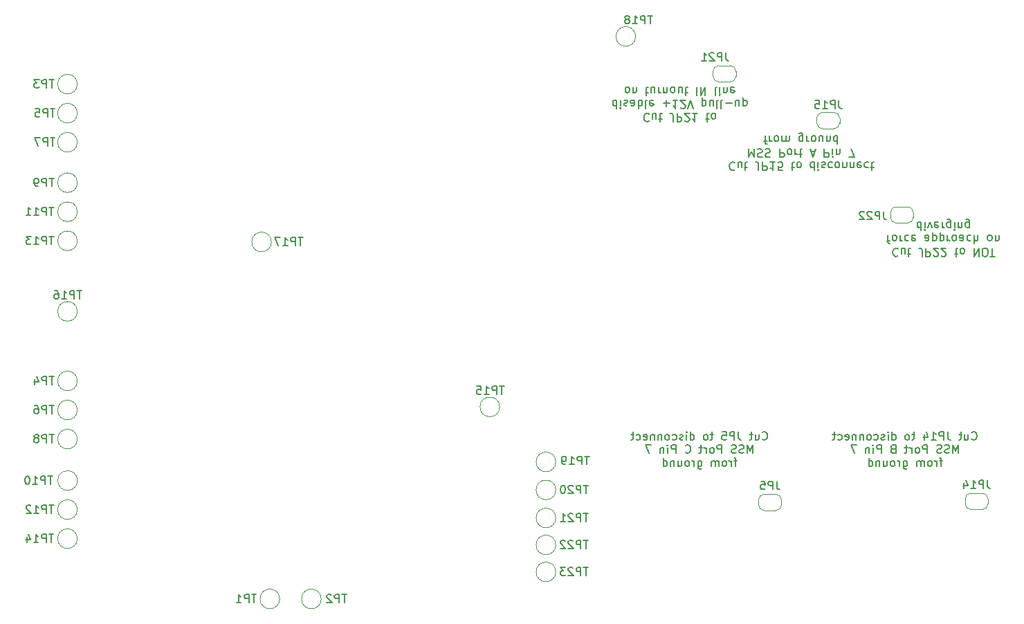
<source format=gbo>
G04 #@! TF.GenerationSoftware,KiCad,Pcbnew,6.0.10-86aedd382b~118~ubuntu18.04.1*
G04 #@! TF.CreationDate,2024-12-31T11:37:35-07:00*
G04 #@! TF.ProjectId,mss-switch,6d73732d-7377-4697-9463-682e6b696361,rev?*
G04 #@! TF.SameCoordinates,Original*
G04 #@! TF.FileFunction,Legend,Bot*
G04 #@! TF.FilePolarity,Positive*
%FSLAX46Y46*%
G04 Gerber Fmt 4.6, Leading zero omitted, Abs format (unit mm)*
G04 Created by KiCad (PCBNEW 6.0.10-86aedd382b~118~ubuntu18.04.1) date 2024-12-31 11:37:35*
%MOMM*%
%LPD*%
G01*
G04 APERTURE LIST*
%ADD10C,0.150000*%
%ADD11C,0.120000*%
G04 APERTURE END LIST*
D10*
X116021476Y-169308142D02*
X116069095Y-169355761D01*
X116211952Y-169403380D01*
X116307190Y-169403380D01*
X116450047Y-169355761D01*
X116545285Y-169260523D01*
X116592904Y-169165285D01*
X116640523Y-168974809D01*
X116640523Y-168831952D01*
X116592904Y-168641476D01*
X116545285Y-168546238D01*
X116450047Y-168451000D01*
X116307190Y-168403380D01*
X116211952Y-168403380D01*
X116069095Y-168451000D01*
X116021476Y-168498619D01*
X115164333Y-168736714D02*
X115164333Y-169403380D01*
X115592904Y-168736714D02*
X115592904Y-169260523D01*
X115545285Y-169355761D01*
X115450047Y-169403380D01*
X115307190Y-169403380D01*
X115211952Y-169355761D01*
X115164333Y-169308142D01*
X114831000Y-168736714D02*
X114450047Y-168736714D01*
X114688142Y-168403380D02*
X114688142Y-169260523D01*
X114640523Y-169355761D01*
X114545285Y-169403380D01*
X114450047Y-169403380D01*
X113069095Y-168403380D02*
X113069095Y-169117666D01*
X113116714Y-169260523D01*
X113211952Y-169355761D01*
X113354809Y-169403380D01*
X113450047Y-169403380D01*
X112592904Y-169403380D02*
X112592904Y-168403380D01*
X112211952Y-168403380D01*
X112116714Y-168451000D01*
X112069095Y-168498619D01*
X112021476Y-168593857D01*
X112021476Y-168736714D01*
X112069095Y-168831952D01*
X112116714Y-168879571D01*
X112211952Y-168927190D01*
X112592904Y-168927190D01*
X111116714Y-168403380D02*
X111592904Y-168403380D01*
X111640523Y-168879571D01*
X111592904Y-168831952D01*
X111497666Y-168784333D01*
X111259571Y-168784333D01*
X111164333Y-168831952D01*
X111116714Y-168879571D01*
X111069095Y-168974809D01*
X111069095Y-169212904D01*
X111116714Y-169308142D01*
X111164333Y-169355761D01*
X111259571Y-169403380D01*
X111497666Y-169403380D01*
X111592904Y-169355761D01*
X111640523Y-169308142D01*
X110021476Y-168736714D02*
X109640523Y-168736714D01*
X109878619Y-168403380D02*
X109878619Y-169260523D01*
X109831000Y-169355761D01*
X109735761Y-169403380D01*
X109640523Y-169403380D01*
X109164333Y-169403380D02*
X109259571Y-169355761D01*
X109307190Y-169308142D01*
X109354809Y-169212904D01*
X109354809Y-168927190D01*
X109307190Y-168831952D01*
X109259571Y-168784333D01*
X109164333Y-168736714D01*
X109021476Y-168736714D01*
X108926238Y-168784333D01*
X108878619Y-168831952D01*
X108831000Y-168927190D01*
X108831000Y-169212904D01*
X108878619Y-169308142D01*
X108926238Y-169355761D01*
X109021476Y-169403380D01*
X109164333Y-169403380D01*
X107211952Y-169403380D02*
X107211952Y-168403380D01*
X107211952Y-169355761D02*
X107307190Y-169403380D01*
X107497666Y-169403380D01*
X107592904Y-169355761D01*
X107640523Y-169308142D01*
X107688142Y-169212904D01*
X107688142Y-168927190D01*
X107640523Y-168831952D01*
X107592904Y-168784333D01*
X107497666Y-168736714D01*
X107307190Y-168736714D01*
X107211952Y-168784333D01*
X106735761Y-169403380D02*
X106735761Y-168736714D01*
X106735761Y-168403380D02*
X106783380Y-168451000D01*
X106735761Y-168498619D01*
X106688142Y-168451000D01*
X106735761Y-168403380D01*
X106735761Y-168498619D01*
X106307190Y-169355761D02*
X106211952Y-169403380D01*
X106021476Y-169403380D01*
X105926238Y-169355761D01*
X105878619Y-169260523D01*
X105878619Y-169212904D01*
X105926238Y-169117666D01*
X106021476Y-169070047D01*
X106164333Y-169070047D01*
X106259571Y-169022428D01*
X106307190Y-168927190D01*
X106307190Y-168879571D01*
X106259571Y-168784333D01*
X106164333Y-168736714D01*
X106021476Y-168736714D01*
X105926238Y-168784333D01*
X105021476Y-169355761D02*
X105116714Y-169403380D01*
X105307190Y-169403380D01*
X105402428Y-169355761D01*
X105450047Y-169308142D01*
X105497666Y-169212904D01*
X105497666Y-168927190D01*
X105450047Y-168831952D01*
X105402428Y-168784333D01*
X105307190Y-168736714D01*
X105116714Y-168736714D01*
X105021476Y-168784333D01*
X104450047Y-169403380D02*
X104545285Y-169355761D01*
X104592904Y-169308142D01*
X104640523Y-169212904D01*
X104640523Y-168927190D01*
X104592904Y-168831952D01*
X104545285Y-168784333D01*
X104450047Y-168736714D01*
X104307190Y-168736714D01*
X104211952Y-168784333D01*
X104164333Y-168831952D01*
X104116714Y-168927190D01*
X104116714Y-169212904D01*
X104164333Y-169308142D01*
X104211952Y-169355761D01*
X104307190Y-169403380D01*
X104450047Y-169403380D01*
X103688142Y-168736714D02*
X103688142Y-169403380D01*
X103688142Y-168831952D02*
X103640523Y-168784333D01*
X103545285Y-168736714D01*
X103402428Y-168736714D01*
X103307190Y-168784333D01*
X103259571Y-168879571D01*
X103259571Y-169403380D01*
X102783380Y-168736714D02*
X102783380Y-169403380D01*
X102783380Y-168831952D02*
X102735761Y-168784333D01*
X102640523Y-168736714D01*
X102497666Y-168736714D01*
X102402428Y-168784333D01*
X102354809Y-168879571D01*
X102354809Y-169403380D01*
X101497666Y-169355761D02*
X101592904Y-169403380D01*
X101783380Y-169403380D01*
X101878619Y-169355761D01*
X101926238Y-169260523D01*
X101926238Y-168879571D01*
X101878619Y-168784333D01*
X101783380Y-168736714D01*
X101592904Y-168736714D01*
X101497666Y-168784333D01*
X101450047Y-168879571D01*
X101450047Y-168974809D01*
X101926238Y-169070047D01*
X100592904Y-169355761D02*
X100688142Y-169403380D01*
X100878619Y-169403380D01*
X100973857Y-169355761D01*
X101021476Y-169308142D01*
X101069095Y-169212904D01*
X101069095Y-168927190D01*
X101021476Y-168831952D01*
X100973857Y-168784333D01*
X100878619Y-168736714D01*
X100688142Y-168736714D01*
X100592904Y-168784333D01*
X100307190Y-168736714D02*
X99926238Y-168736714D01*
X100164333Y-168403380D02*
X100164333Y-169260523D01*
X100116714Y-169355761D01*
X100021476Y-169403380D01*
X99926238Y-169403380D01*
X114854809Y-171013380D02*
X114854809Y-170013380D01*
X114521476Y-170727666D01*
X114188142Y-170013380D01*
X114188142Y-171013380D01*
X113759571Y-170965761D02*
X113616714Y-171013380D01*
X113378619Y-171013380D01*
X113283380Y-170965761D01*
X113235761Y-170918142D01*
X113188142Y-170822904D01*
X113188142Y-170727666D01*
X113235761Y-170632428D01*
X113283380Y-170584809D01*
X113378619Y-170537190D01*
X113569095Y-170489571D01*
X113664333Y-170441952D01*
X113711952Y-170394333D01*
X113759571Y-170299095D01*
X113759571Y-170203857D01*
X113711952Y-170108619D01*
X113664333Y-170061000D01*
X113569095Y-170013380D01*
X113331000Y-170013380D01*
X113188142Y-170061000D01*
X112807190Y-170965761D02*
X112664333Y-171013380D01*
X112426238Y-171013380D01*
X112331000Y-170965761D01*
X112283380Y-170918142D01*
X112235761Y-170822904D01*
X112235761Y-170727666D01*
X112283380Y-170632428D01*
X112331000Y-170584809D01*
X112426238Y-170537190D01*
X112616714Y-170489571D01*
X112711952Y-170441952D01*
X112759571Y-170394333D01*
X112807190Y-170299095D01*
X112807190Y-170203857D01*
X112759571Y-170108619D01*
X112711952Y-170061000D01*
X112616714Y-170013380D01*
X112378619Y-170013380D01*
X112235761Y-170061000D01*
X111045285Y-171013380D02*
X111045285Y-170013380D01*
X110664333Y-170013380D01*
X110569095Y-170061000D01*
X110521476Y-170108619D01*
X110473857Y-170203857D01*
X110473857Y-170346714D01*
X110521476Y-170441952D01*
X110569095Y-170489571D01*
X110664333Y-170537190D01*
X111045285Y-170537190D01*
X109902428Y-171013380D02*
X109997666Y-170965761D01*
X110045285Y-170918142D01*
X110092904Y-170822904D01*
X110092904Y-170537190D01*
X110045285Y-170441952D01*
X109997666Y-170394333D01*
X109902428Y-170346714D01*
X109759571Y-170346714D01*
X109664333Y-170394333D01*
X109616714Y-170441952D01*
X109569095Y-170537190D01*
X109569095Y-170822904D01*
X109616714Y-170918142D01*
X109664333Y-170965761D01*
X109759571Y-171013380D01*
X109902428Y-171013380D01*
X109140523Y-171013380D02*
X109140523Y-170346714D01*
X109140523Y-170537190D02*
X109092904Y-170441952D01*
X109045285Y-170394333D01*
X108950047Y-170346714D01*
X108854809Y-170346714D01*
X108664333Y-170346714D02*
X108283380Y-170346714D01*
X108521476Y-170013380D02*
X108521476Y-170870523D01*
X108473857Y-170965761D01*
X108378619Y-171013380D01*
X108283380Y-171013380D01*
X106616714Y-170918142D02*
X106664333Y-170965761D01*
X106807190Y-171013380D01*
X106902428Y-171013380D01*
X107045285Y-170965761D01*
X107140523Y-170870523D01*
X107188142Y-170775285D01*
X107235761Y-170584809D01*
X107235761Y-170441952D01*
X107188142Y-170251476D01*
X107140523Y-170156238D01*
X107045285Y-170061000D01*
X106902428Y-170013380D01*
X106807190Y-170013380D01*
X106664333Y-170061000D01*
X106616714Y-170108619D01*
X105426238Y-171013380D02*
X105426238Y-170013380D01*
X105045285Y-170013380D01*
X104950047Y-170061000D01*
X104902428Y-170108619D01*
X104854809Y-170203857D01*
X104854809Y-170346714D01*
X104902428Y-170441952D01*
X104950047Y-170489571D01*
X105045285Y-170537190D01*
X105426238Y-170537190D01*
X104426238Y-171013380D02*
X104426238Y-170346714D01*
X104426238Y-170013380D02*
X104473857Y-170061000D01*
X104426238Y-170108619D01*
X104378619Y-170061000D01*
X104426238Y-170013380D01*
X104426238Y-170108619D01*
X103950047Y-170346714D02*
X103950047Y-171013380D01*
X103950047Y-170441952D02*
X103902428Y-170394333D01*
X103807190Y-170346714D01*
X103664333Y-170346714D01*
X103569095Y-170394333D01*
X103521476Y-170489571D01*
X103521476Y-171013380D01*
X102378619Y-170013380D02*
X101711952Y-170013380D01*
X102140523Y-171013380D01*
X112902428Y-171956714D02*
X112521476Y-171956714D01*
X112759571Y-172623380D02*
X112759571Y-171766238D01*
X112711952Y-171671000D01*
X112616714Y-171623380D01*
X112521476Y-171623380D01*
X112188142Y-172623380D02*
X112188142Y-171956714D01*
X112188142Y-172147190D02*
X112140523Y-172051952D01*
X112092904Y-172004333D01*
X111997666Y-171956714D01*
X111902428Y-171956714D01*
X111426238Y-172623380D02*
X111521476Y-172575761D01*
X111569095Y-172528142D01*
X111616714Y-172432904D01*
X111616714Y-172147190D01*
X111569095Y-172051952D01*
X111521476Y-172004333D01*
X111426238Y-171956714D01*
X111283380Y-171956714D01*
X111188142Y-172004333D01*
X111140523Y-172051952D01*
X111092904Y-172147190D01*
X111092904Y-172432904D01*
X111140523Y-172528142D01*
X111188142Y-172575761D01*
X111283380Y-172623380D01*
X111426238Y-172623380D01*
X110664333Y-172623380D02*
X110664333Y-171956714D01*
X110664333Y-172051952D02*
X110616714Y-172004333D01*
X110521476Y-171956714D01*
X110378619Y-171956714D01*
X110283380Y-172004333D01*
X110235761Y-172099571D01*
X110235761Y-172623380D01*
X110235761Y-172099571D02*
X110188142Y-172004333D01*
X110092904Y-171956714D01*
X109950047Y-171956714D01*
X109854809Y-172004333D01*
X109807190Y-172099571D01*
X109807190Y-172623380D01*
X108140523Y-171956714D02*
X108140523Y-172766238D01*
X108188142Y-172861476D01*
X108235761Y-172909095D01*
X108331000Y-172956714D01*
X108473857Y-172956714D01*
X108569095Y-172909095D01*
X108140523Y-172575761D02*
X108235761Y-172623380D01*
X108426238Y-172623380D01*
X108521476Y-172575761D01*
X108569095Y-172528142D01*
X108616714Y-172432904D01*
X108616714Y-172147190D01*
X108569095Y-172051952D01*
X108521476Y-172004333D01*
X108426238Y-171956714D01*
X108235761Y-171956714D01*
X108140523Y-172004333D01*
X107664333Y-172623380D02*
X107664333Y-171956714D01*
X107664333Y-172147190D02*
X107616714Y-172051952D01*
X107569095Y-172004333D01*
X107473857Y-171956714D01*
X107378619Y-171956714D01*
X106902428Y-172623380D02*
X106997666Y-172575761D01*
X107045285Y-172528142D01*
X107092904Y-172432904D01*
X107092904Y-172147190D01*
X107045285Y-172051952D01*
X106997666Y-172004333D01*
X106902428Y-171956714D01*
X106759571Y-171956714D01*
X106664333Y-172004333D01*
X106616714Y-172051952D01*
X106569095Y-172147190D01*
X106569095Y-172432904D01*
X106616714Y-172528142D01*
X106664333Y-172575761D01*
X106759571Y-172623380D01*
X106902428Y-172623380D01*
X105711952Y-171956714D02*
X105711952Y-172623380D01*
X106140523Y-171956714D02*
X106140523Y-172480523D01*
X106092904Y-172575761D01*
X105997666Y-172623380D01*
X105854809Y-172623380D01*
X105759571Y-172575761D01*
X105711952Y-172528142D01*
X105235761Y-171956714D02*
X105235761Y-172623380D01*
X105235761Y-172051952D02*
X105188142Y-172004333D01*
X105092904Y-171956714D01*
X104950047Y-171956714D01*
X104854809Y-172004333D01*
X104807190Y-172099571D01*
X104807190Y-172623380D01*
X103902428Y-172623380D02*
X103902428Y-171623380D01*
X103902428Y-172575761D02*
X103997666Y-172623380D01*
X104188142Y-172623380D01*
X104283380Y-172575761D01*
X104331000Y-172528142D01*
X104378619Y-172432904D01*
X104378619Y-172147190D01*
X104331000Y-172051952D01*
X104283380Y-172004333D01*
X104188142Y-171956714D01*
X103997666Y-171956714D01*
X103902428Y-172004333D01*
X102156095Y-129522857D02*
X102108476Y-129475238D01*
X101965619Y-129427619D01*
X101870380Y-129427619D01*
X101727523Y-129475238D01*
X101632285Y-129570476D01*
X101584666Y-129665714D01*
X101537047Y-129856190D01*
X101537047Y-129999047D01*
X101584666Y-130189523D01*
X101632285Y-130284761D01*
X101727523Y-130380000D01*
X101870380Y-130427619D01*
X101965619Y-130427619D01*
X102108476Y-130380000D01*
X102156095Y-130332380D01*
X103013238Y-130094285D02*
X103013238Y-129427619D01*
X102584666Y-130094285D02*
X102584666Y-129570476D01*
X102632285Y-129475238D01*
X102727523Y-129427619D01*
X102870380Y-129427619D01*
X102965619Y-129475238D01*
X103013238Y-129522857D01*
X103346571Y-130094285D02*
X103727523Y-130094285D01*
X103489428Y-130427619D02*
X103489428Y-129570476D01*
X103537047Y-129475238D01*
X103632285Y-129427619D01*
X103727523Y-129427619D01*
X105108476Y-130427619D02*
X105108476Y-129713333D01*
X105060857Y-129570476D01*
X104965619Y-129475238D01*
X104822761Y-129427619D01*
X104727523Y-129427619D01*
X105584666Y-129427619D02*
X105584666Y-130427619D01*
X105965619Y-130427619D01*
X106060857Y-130380000D01*
X106108476Y-130332380D01*
X106156095Y-130237142D01*
X106156095Y-130094285D01*
X106108476Y-129999047D01*
X106060857Y-129951428D01*
X105965619Y-129903809D01*
X105584666Y-129903809D01*
X106537047Y-130332380D02*
X106584666Y-130380000D01*
X106679904Y-130427619D01*
X106918000Y-130427619D01*
X107013238Y-130380000D01*
X107060857Y-130332380D01*
X107108476Y-130237142D01*
X107108476Y-130141904D01*
X107060857Y-129999047D01*
X106489428Y-129427619D01*
X107108476Y-129427619D01*
X108060857Y-129427619D02*
X107489428Y-129427619D01*
X107775142Y-129427619D02*
X107775142Y-130427619D01*
X107679904Y-130284761D01*
X107584666Y-130189523D01*
X107489428Y-130141904D01*
X109108476Y-130094285D02*
X109489428Y-130094285D01*
X109251333Y-130427619D02*
X109251333Y-129570476D01*
X109298952Y-129475238D01*
X109394190Y-129427619D01*
X109489428Y-129427619D01*
X109965619Y-129427619D02*
X109870380Y-129475238D01*
X109822761Y-129522857D01*
X109775142Y-129618095D01*
X109775142Y-129903809D01*
X109822761Y-129999047D01*
X109870380Y-130046666D01*
X109965619Y-130094285D01*
X110108476Y-130094285D01*
X110203714Y-130046666D01*
X110251333Y-129999047D01*
X110298952Y-129903809D01*
X110298952Y-129618095D01*
X110251333Y-129522857D01*
X110203714Y-129475238D01*
X110108476Y-129427619D01*
X109965619Y-129427619D01*
X98179904Y-127817619D02*
X98179904Y-128817619D01*
X98179904Y-127865238D02*
X98084666Y-127817619D01*
X97894190Y-127817619D01*
X97798952Y-127865238D01*
X97751333Y-127912857D01*
X97703714Y-128008095D01*
X97703714Y-128293809D01*
X97751333Y-128389047D01*
X97798952Y-128436666D01*
X97894190Y-128484285D01*
X98084666Y-128484285D01*
X98179904Y-128436666D01*
X98656095Y-127817619D02*
X98656095Y-128484285D01*
X98656095Y-128817619D02*
X98608476Y-128770000D01*
X98656095Y-128722380D01*
X98703714Y-128770000D01*
X98656095Y-128817619D01*
X98656095Y-128722380D01*
X99084666Y-127865238D02*
X99179904Y-127817619D01*
X99370380Y-127817619D01*
X99465619Y-127865238D01*
X99513238Y-127960476D01*
X99513238Y-128008095D01*
X99465619Y-128103333D01*
X99370380Y-128150952D01*
X99227523Y-128150952D01*
X99132285Y-128198571D01*
X99084666Y-128293809D01*
X99084666Y-128341428D01*
X99132285Y-128436666D01*
X99227523Y-128484285D01*
X99370380Y-128484285D01*
X99465619Y-128436666D01*
X100370380Y-127817619D02*
X100370380Y-128341428D01*
X100322761Y-128436666D01*
X100227523Y-128484285D01*
X100037047Y-128484285D01*
X99941809Y-128436666D01*
X100370380Y-127865238D02*
X100275142Y-127817619D01*
X100037047Y-127817619D01*
X99941809Y-127865238D01*
X99894190Y-127960476D01*
X99894190Y-128055714D01*
X99941809Y-128150952D01*
X100037047Y-128198571D01*
X100275142Y-128198571D01*
X100370380Y-128246190D01*
X100846571Y-127817619D02*
X100846571Y-128817619D01*
X100846571Y-128436666D02*
X100941809Y-128484285D01*
X101132285Y-128484285D01*
X101227523Y-128436666D01*
X101275142Y-128389047D01*
X101322761Y-128293809D01*
X101322761Y-128008095D01*
X101275142Y-127912857D01*
X101227523Y-127865238D01*
X101132285Y-127817619D01*
X100941809Y-127817619D01*
X100846571Y-127865238D01*
X101894190Y-127817619D02*
X101798952Y-127865238D01*
X101751333Y-127960476D01*
X101751333Y-128817619D01*
X102656095Y-127865238D02*
X102560857Y-127817619D01*
X102370380Y-127817619D01*
X102275142Y-127865238D01*
X102227523Y-127960476D01*
X102227523Y-128341428D01*
X102275142Y-128436666D01*
X102370380Y-128484285D01*
X102560857Y-128484285D01*
X102656095Y-128436666D01*
X102703714Y-128341428D01*
X102703714Y-128246190D01*
X102227523Y-128150952D01*
X103894190Y-128198571D02*
X104656095Y-128198571D01*
X104275142Y-127817619D02*
X104275142Y-128579523D01*
X105656095Y-127817619D02*
X105084666Y-127817619D01*
X105370380Y-127817619D02*
X105370380Y-128817619D01*
X105275142Y-128674761D01*
X105179904Y-128579523D01*
X105084666Y-128531904D01*
X106037047Y-128722380D02*
X106084666Y-128770000D01*
X106179904Y-128817619D01*
X106418000Y-128817619D01*
X106513238Y-128770000D01*
X106560857Y-128722380D01*
X106608476Y-128627142D01*
X106608476Y-128531904D01*
X106560857Y-128389047D01*
X105989428Y-127817619D01*
X106608476Y-127817619D01*
X106894190Y-128817619D02*
X107227523Y-127817619D01*
X107560857Y-128817619D01*
X108656095Y-128484285D02*
X108656095Y-127484285D01*
X108656095Y-128436666D02*
X108751333Y-128484285D01*
X108941809Y-128484285D01*
X109037047Y-128436666D01*
X109084666Y-128389047D01*
X109132285Y-128293809D01*
X109132285Y-128008095D01*
X109084666Y-127912857D01*
X109037047Y-127865238D01*
X108941809Y-127817619D01*
X108751333Y-127817619D01*
X108656095Y-127865238D01*
X109989428Y-128484285D02*
X109989428Y-127817619D01*
X109560857Y-128484285D02*
X109560857Y-127960476D01*
X109608476Y-127865238D01*
X109703714Y-127817619D01*
X109846571Y-127817619D01*
X109941809Y-127865238D01*
X109989428Y-127912857D01*
X110608476Y-127817619D02*
X110513238Y-127865238D01*
X110465619Y-127960476D01*
X110465619Y-128817619D01*
X111132285Y-127817619D02*
X111037047Y-127865238D01*
X110989428Y-127960476D01*
X110989428Y-128817619D01*
X111513238Y-128198571D02*
X112275142Y-128198571D01*
X113179904Y-128484285D02*
X113179904Y-127817619D01*
X112751333Y-128484285D02*
X112751333Y-127960476D01*
X112798952Y-127865238D01*
X112894190Y-127817619D01*
X113037047Y-127817619D01*
X113132285Y-127865238D01*
X113179904Y-127912857D01*
X113656095Y-128484285D02*
X113656095Y-127484285D01*
X113656095Y-128436666D02*
X113751333Y-128484285D01*
X113941809Y-128484285D01*
X114037047Y-128436666D01*
X114084666Y-128389047D01*
X114132285Y-128293809D01*
X114132285Y-128008095D01*
X114084666Y-127912857D01*
X114037047Y-127865238D01*
X113941809Y-127817619D01*
X113751333Y-127817619D01*
X113656095Y-127865238D01*
X99418000Y-126207619D02*
X99322761Y-126255238D01*
X99275142Y-126302857D01*
X99227523Y-126398095D01*
X99227523Y-126683809D01*
X99275142Y-126779047D01*
X99322761Y-126826666D01*
X99418000Y-126874285D01*
X99560857Y-126874285D01*
X99656095Y-126826666D01*
X99703714Y-126779047D01*
X99751333Y-126683809D01*
X99751333Y-126398095D01*
X99703714Y-126302857D01*
X99656095Y-126255238D01*
X99560857Y-126207619D01*
X99418000Y-126207619D01*
X100179904Y-126874285D02*
X100179904Y-126207619D01*
X100179904Y-126779047D02*
X100227523Y-126826666D01*
X100322761Y-126874285D01*
X100465619Y-126874285D01*
X100560857Y-126826666D01*
X100608476Y-126731428D01*
X100608476Y-126207619D01*
X101703714Y-126874285D02*
X102084666Y-126874285D01*
X101846571Y-127207619D02*
X101846571Y-126350476D01*
X101894190Y-126255238D01*
X101989428Y-126207619D01*
X102084666Y-126207619D01*
X102846571Y-126874285D02*
X102846571Y-126207619D01*
X102418000Y-126874285D02*
X102418000Y-126350476D01*
X102465619Y-126255238D01*
X102560857Y-126207619D01*
X102703714Y-126207619D01*
X102798952Y-126255238D01*
X102846571Y-126302857D01*
X103322761Y-126207619D02*
X103322761Y-126874285D01*
X103322761Y-126683809D02*
X103370380Y-126779047D01*
X103418000Y-126826666D01*
X103513238Y-126874285D01*
X103608476Y-126874285D01*
X103941809Y-126874285D02*
X103941809Y-126207619D01*
X103941809Y-126779047D02*
X103989428Y-126826666D01*
X104084666Y-126874285D01*
X104227523Y-126874285D01*
X104322761Y-126826666D01*
X104370380Y-126731428D01*
X104370380Y-126207619D01*
X104989428Y-126207619D02*
X104894190Y-126255238D01*
X104846571Y-126302857D01*
X104798952Y-126398095D01*
X104798952Y-126683809D01*
X104846571Y-126779047D01*
X104894190Y-126826666D01*
X104989428Y-126874285D01*
X105132285Y-126874285D01*
X105227523Y-126826666D01*
X105275142Y-126779047D01*
X105322761Y-126683809D01*
X105322761Y-126398095D01*
X105275142Y-126302857D01*
X105227523Y-126255238D01*
X105132285Y-126207619D01*
X104989428Y-126207619D01*
X106179904Y-126874285D02*
X106179904Y-126207619D01*
X105751333Y-126874285D02*
X105751333Y-126350476D01*
X105798952Y-126255238D01*
X105894190Y-126207619D01*
X106037047Y-126207619D01*
X106132285Y-126255238D01*
X106179904Y-126302857D01*
X106513238Y-126874285D02*
X106894190Y-126874285D01*
X106656095Y-127207619D02*
X106656095Y-126350476D01*
X106703714Y-126255238D01*
X106798952Y-126207619D01*
X106894190Y-126207619D01*
X107989428Y-126207619D02*
X107989428Y-127207619D01*
X108465619Y-126207619D02*
X108465619Y-127207619D01*
X109037047Y-126207619D01*
X109037047Y-127207619D01*
X110418000Y-126207619D02*
X110322761Y-126255238D01*
X110275142Y-126350476D01*
X110275142Y-127207619D01*
X110798952Y-126207619D02*
X110798952Y-126874285D01*
X110798952Y-127207619D02*
X110751333Y-127160000D01*
X110798952Y-127112380D01*
X110846571Y-127160000D01*
X110798952Y-127207619D01*
X110798952Y-127112380D01*
X111275142Y-126874285D02*
X111275142Y-126207619D01*
X111275142Y-126779047D02*
X111322761Y-126826666D01*
X111418000Y-126874285D01*
X111560857Y-126874285D01*
X111656095Y-126826666D01*
X111703714Y-126731428D01*
X111703714Y-126207619D01*
X112560857Y-126255238D02*
X112465619Y-126207619D01*
X112275142Y-126207619D01*
X112179904Y-126255238D01*
X112132285Y-126350476D01*
X112132285Y-126731428D01*
X112179904Y-126826666D01*
X112275142Y-126874285D01*
X112465619Y-126874285D01*
X112560857Y-126826666D01*
X112608476Y-126731428D01*
X112608476Y-126636190D01*
X112132285Y-126540952D01*
X132604571Y-146032857D02*
X132556952Y-145985238D01*
X132414095Y-145937619D01*
X132318857Y-145937619D01*
X132176000Y-145985238D01*
X132080761Y-146080476D01*
X132033142Y-146175714D01*
X131985523Y-146366190D01*
X131985523Y-146509047D01*
X132033142Y-146699523D01*
X132080761Y-146794761D01*
X132176000Y-146890000D01*
X132318857Y-146937619D01*
X132414095Y-146937619D01*
X132556952Y-146890000D01*
X132604571Y-146842380D01*
X133461714Y-146604285D02*
X133461714Y-145937619D01*
X133033142Y-146604285D02*
X133033142Y-146080476D01*
X133080761Y-145985238D01*
X133176000Y-145937619D01*
X133318857Y-145937619D01*
X133414095Y-145985238D01*
X133461714Y-146032857D01*
X133795047Y-146604285D02*
X134176000Y-146604285D01*
X133937904Y-146937619D02*
X133937904Y-146080476D01*
X133985523Y-145985238D01*
X134080761Y-145937619D01*
X134176000Y-145937619D01*
X135556952Y-146937619D02*
X135556952Y-146223333D01*
X135509333Y-146080476D01*
X135414095Y-145985238D01*
X135271238Y-145937619D01*
X135176000Y-145937619D01*
X136033142Y-145937619D02*
X136033142Y-146937619D01*
X136414095Y-146937619D01*
X136509333Y-146890000D01*
X136556952Y-146842380D01*
X136604571Y-146747142D01*
X136604571Y-146604285D01*
X136556952Y-146509047D01*
X136509333Y-146461428D01*
X136414095Y-146413809D01*
X136033142Y-146413809D01*
X136985523Y-146842380D02*
X137033142Y-146890000D01*
X137128380Y-146937619D01*
X137366476Y-146937619D01*
X137461714Y-146890000D01*
X137509333Y-146842380D01*
X137556952Y-146747142D01*
X137556952Y-146651904D01*
X137509333Y-146509047D01*
X136937904Y-145937619D01*
X137556952Y-145937619D01*
X137937904Y-146842380D02*
X137985523Y-146890000D01*
X138080761Y-146937619D01*
X138318857Y-146937619D01*
X138414095Y-146890000D01*
X138461714Y-146842380D01*
X138509333Y-146747142D01*
X138509333Y-146651904D01*
X138461714Y-146509047D01*
X137890285Y-145937619D01*
X138509333Y-145937619D01*
X139556952Y-146604285D02*
X139937904Y-146604285D01*
X139699809Y-146937619D02*
X139699809Y-146080476D01*
X139747428Y-145985238D01*
X139842666Y-145937619D01*
X139937904Y-145937619D01*
X140414095Y-145937619D02*
X140318857Y-145985238D01*
X140271238Y-146032857D01*
X140223619Y-146128095D01*
X140223619Y-146413809D01*
X140271238Y-146509047D01*
X140318857Y-146556666D01*
X140414095Y-146604285D01*
X140556952Y-146604285D01*
X140652190Y-146556666D01*
X140699809Y-146509047D01*
X140747428Y-146413809D01*
X140747428Y-146128095D01*
X140699809Y-146032857D01*
X140652190Y-145985238D01*
X140556952Y-145937619D01*
X140414095Y-145937619D01*
X141937904Y-145937619D02*
X141937904Y-146937619D01*
X142509333Y-145937619D01*
X142509333Y-146937619D01*
X143176000Y-146937619D02*
X143366476Y-146937619D01*
X143461714Y-146890000D01*
X143556952Y-146794761D01*
X143604571Y-146604285D01*
X143604571Y-146270952D01*
X143556952Y-146080476D01*
X143461714Y-145985238D01*
X143366476Y-145937619D01*
X143176000Y-145937619D01*
X143080761Y-145985238D01*
X142985523Y-146080476D01*
X142937904Y-146270952D01*
X142937904Y-146604285D01*
X142985523Y-146794761D01*
X143080761Y-146890000D01*
X143176000Y-146937619D01*
X143890285Y-146937619D02*
X144461714Y-146937619D01*
X144176000Y-145937619D02*
X144176000Y-146937619D01*
X131247428Y-144994285D02*
X131628380Y-144994285D01*
X131390285Y-144327619D02*
X131390285Y-145184761D01*
X131437904Y-145280000D01*
X131533142Y-145327619D01*
X131628380Y-145327619D01*
X132104571Y-144327619D02*
X132009333Y-144375238D01*
X131961714Y-144422857D01*
X131914095Y-144518095D01*
X131914095Y-144803809D01*
X131961714Y-144899047D01*
X132009333Y-144946666D01*
X132104571Y-144994285D01*
X132247428Y-144994285D01*
X132342666Y-144946666D01*
X132390285Y-144899047D01*
X132437904Y-144803809D01*
X132437904Y-144518095D01*
X132390285Y-144422857D01*
X132342666Y-144375238D01*
X132247428Y-144327619D01*
X132104571Y-144327619D01*
X132866476Y-144327619D02*
X132866476Y-144994285D01*
X132866476Y-144803809D02*
X132914095Y-144899047D01*
X132961714Y-144946666D01*
X133056952Y-144994285D01*
X133152190Y-144994285D01*
X133914095Y-144375238D02*
X133818857Y-144327619D01*
X133628380Y-144327619D01*
X133533142Y-144375238D01*
X133485523Y-144422857D01*
X133437904Y-144518095D01*
X133437904Y-144803809D01*
X133485523Y-144899047D01*
X133533142Y-144946666D01*
X133628380Y-144994285D01*
X133818857Y-144994285D01*
X133914095Y-144946666D01*
X134723619Y-144375238D02*
X134628380Y-144327619D01*
X134437904Y-144327619D01*
X134342666Y-144375238D01*
X134295047Y-144470476D01*
X134295047Y-144851428D01*
X134342666Y-144946666D01*
X134437904Y-144994285D01*
X134628380Y-144994285D01*
X134723619Y-144946666D01*
X134771238Y-144851428D01*
X134771238Y-144756190D01*
X134295047Y-144660952D01*
X136390285Y-144327619D02*
X136390285Y-144851428D01*
X136342666Y-144946666D01*
X136247428Y-144994285D01*
X136056952Y-144994285D01*
X135961714Y-144946666D01*
X136390285Y-144375238D02*
X136295047Y-144327619D01*
X136056952Y-144327619D01*
X135961714Y-144375238D01*
X135914095Y-144470476D01*
X135914095Y-144565714D01*
X135961714Y-144660952D01*
X136056952Y-144708571D01*
X136295047Y-144708571D01*
X136390285Y-144756190D01*
X136866476Y-144994285D02*
X136866476Y-143994285D01*
X136866476Y-144946666D02*
X136961714Y-144994285D01*
X137152190Y-144994285D01*
X137247428Y-144946666D01*
X137295047Y-144899047D01*
X137342666Y-144803809D01*
X137342666Y-144518095D01*
X137295047Y-144422857D01*
X137247428Y-144375238D01*
X137152190Y-144327619D01*
X136961714Y-144327619D01*
X136866476Y-144375238D01*
X137771238Y-144994285D02*
X137771238Y-143994285D01*
X137771238Y-144946666D02*
X137866476Y-144994285D01*
X138056952Y-144994285D01*
X138152190Y-144946666D01*
X138199809Y-144899047D01*
X138247428Y-144803809D01*
X138247428Y-144518095D01*
X138199809Y-144422857D01*
X138152190Y-144375238D01*
X138056952Y-144327619D01*
X137866476Y-144327619D01*
X137771238Y-144375238D01*
X138676000Y-144327619D02*
X138676000Y-144994285D01*
X138676000Y-144803809D02*
X138723619Y-144899047D01*
X138771238Y-144946666D01*
X138866476Y-144994285D01*
X138961714Y-144994285D01*
X139437904Y-144327619D02*
X139342666Y-144375238D01*
X139295047Y-144422857D01*
X139247428Y-144518095D01*
X139247428Y-144803809D01*
X139295047Y-144899047D01*
X139342666Y-144946666D01*
X139437904Y-144994285D01*
X139580761Y-144994285D01*
X139676000Y-144946666D01*
X139723619Y-144899047D01*
X139771238Y-144803809D01*
X139771238Y-144518095D01*
X139723619Y-144422857D01*
X139676000Y-144375238D01*
X139580761Y-144327619D01*
X139437904Y-144327619D01*
X140628380Y-144327619D02*
X140628380Y-144851428D01*
X140580761Y-144946666D01*
X140485523Y-144994285D01*
X140295047Y-144994285D01*
X140199809Y-144946666D01*
X140628380Y-144375238D02*
X140533142Y-144327619D01*
X140295047Y-144327619D01*
X140199809Y-144375238D01*
X140152190Y-144470476D01*
X140152190Y-144565714D01*
X140199809Y-144660952D01*
X140295047Y-144708571D01*
X140533142Y-144708571D01*
X140628380Y-144756190D01*
X141533142Y-144375238D02*
X141437904Y-144327619D01*
X141247428Y-144327619D01*
X141152190Y-144375238D01*
X141104571Y-144422857D01*
X141056952Y-144518095D01*
X141056952Y-144803809D01*
X141104571Y-144899047D01*
X141152190Y-144946666D01*
X141247428Y-144994285D01*
X141437904Y-144994285D01*
X141533142Y-144946666D01*
X141961714Y-144327619D02*
X141961714Y-145327619D01*
X142390285Y-144327619D02*
X142390285Y-144851428D01*
X142342666Y-144946666D01*
X142247428Y-144994285D01*
X142104571Y-144994285D01*
X142009333Y-144946666D01*
X141961714Y-144899047D01*
X143771238Y-144327619D02*
X143676000Y-144375238D01*
X143628380Y-144422857D01*
X143580761Y-144518095D01*
X143580761Y-144803809D01*
X143628380Y-144899047D01*
X143676000Y-144946666D01*
X143771238Y-144994285D01*
X143914095Y-144994285D01*
X144009333Y-144946666D01*
X144056952Y-144899047D01*
X144104571Y-144803809D01*
X144104571Y-144518095D01*
X144056952Y-144422857D01*
X144009333Y-144375238D01*
X143914095Y-144327619D01*
X143771238Y-144327619D01*
X144533142Y-144994285D02*
X144533142Y-144327619D01*
X144533142Y-144899047D02*
X144580761Y-144946666D01*
X144676000Y-144994285D01*
X144818857Y-144994285D01*
X144914095Y-144946666D01*
X144961714Y-144851428D01*
X144961714Y-144327619D01*
X135437904Y-142717619D02*
X135437904Y-143717619D01*
X135437904Y-142765238D02*
X135342666Y-142717619D01*
X135152190Y-142717619D01*
X135056952Y-142765238D01*
X135009333Y-142812857D01*
X134961714Y-142908095D01*
X134961714Y-143193809D01*
X135009333Y-143289047D01*
X135056952Y-143336666D01*
X135152190Y-143384285D01*
X135342666Y-143384285D01*
X135437904Y-143336666D01*
X135914095Y-142717619D02*
X135914095Y-143384285D01*
X135914095Y-143717619D02*
X135866476Y-143670000D01*
X135914095Y-143622380D01*
X135961714Y-143670000D01*
X135914095Y-143717619D01*
X135914095Y-143622380D01*
X136295047Y-143384285D02*
X136533142Y-142717619D01*
X136771238Y-143384285D01*
X137533142Y-142765238D02*
X137437904Y-142717619D01*
X137247428Y-142717619D01*
X137152190Y-142765238D01*
X137104571Y-142860476D01*
X137104571Y-143241428D01*
X137152190Y-143336666D01*
X137247428Y-143384285D01*
X137437904Y-143384285D01*
X137533142Y-143336666D01*
X137580761Y-143241428D01*
X137580761Y-143146190D01*
X137104571Y-143050952D01*
X138009333Y-142717619D02*
X138009333Y-143384285D01*
X138009333Y-143193809D02*
X138056952Y-143289047D01*
X138104571Y-143336666D01*
X138199809Y-143384285D01*
X138295047Y-143384285D01*
X139056952Y-143384285D02*
X139056952Y-142574761D01*
X139009333Y-142479523D01*
X138961714Y-142431904D01*
X138866476Y-142384285D01*
X138723619Y-142384285D01*
X138628380Y-142431904D01*
X139056952Y-142765238D02*
X138961714Y-142717619D01*
X138771238Y-142717619D01*
X138676000Y-142765238D01*
X138628380Y-142812857D01*
X138580761Y-142908095D01*
X138580761Y-143193809D01*
X138628380Y-143289047D01*
X138676000Y-143336666D01*
X138771238Y-143384285D01*
X138961714Y-143384285D01*
X139056952Y-143336666D01*
X139533142Y-142717619D02*
X139533142Y-143384285D01*
X139533142Y-143717619D02*
X139485523Y-143670000D01*
X139533142Y-143622380D01*
X139580761Y-143670000D01*
X139533142Y-143717619D01*
X139533142Y-143622380D01*
X140009333Y-143384285D02*
X140009333Y-142717619D01*
X140009333Y-143289047D02*
X140056952Y-143336666D01*
X140152190Y-143384285D01*
X140295047Y-143384285D01*
X140390285Y-143336666D01*
X140437904Y-143241428D01*
X140437904Y-142717619D01*
X141342666Y-143384285D02*
X141342666Y-142574761D01*
X141295047Y-142479523D01*
X141247428Y-142431904D01*
X141152190Y-142384285D01*
X141009333Y-142384285D01*
X140914095Y-142431904D01*
X141342666Y-142765238D02*
X141247428Y-142717619D01*
X141056952Y-142717619D01*
X140961714Y-142765238D01*
X140914095Y-142812857D01*
X140866476Y-142908095D01*
X140866476Y-143193809D01*
X140914095Y-143289047D01*
X140961714Y-143336666D01*
X141056952Y-143384285D01*
X141247428Y-143384285D01*
X141342666Y-143336666D01*
X112610333Y-135491857D02*
X112562714Y-135444238D01*
X112419857Y-135396619D01*
X112324619Y-135396619D01*
X112181761Y-135444238D01*
X112086523Y-135539476D01*
X112038904Y-135634714D01*
X111991285Y-135825190D01*
X111991285Y-135968047D01*
X112038904Y-136158523D01*
X112086523Y-136253761D01*
X112181761Y-136349000D01*
X112324619Y-136396619D01*
X112419857Y-136396619D01*
X112562714Y-136349000D01*
X112610333Y-136301380D01*
X113467476Y-136063285D02*
X113467476Y-135396619D01*
X113038904Y-136063285D02*
X113038904Y-135539476D01*
X113086523Y-135444238D01*
X113181761Y-135396619D01*
X113324619Y-135396619D01*
X113419857Y-135444238D01*
X113467476Y-135491857D01*
X113800809Y-136063285D02*
X114181761Y-136063285D01*
X113943666Y-136396619D02*
X113943666Y-135539476D01*
X113991285Y-135444238D01*
X114086523Y-135396619D01*
X114181761Y-135396619D01*
X115562714Y-136396619D02*
X115562714Y-135682333D01*
X115515095Y-135539476D01*
X115419857Y-135444238D01*
X115277000Y-135396619D01*
X115181761Y-135396619D01*
X116038904Y-135396619D02*
X116038904Y-136396619D01*
X116419857Y-136396619D01*
X116515095Y-136349000D01*
X116562714Y-136301380D01*
X116610333Y-136206142D01*
X116610333Y-136063285D01*
X116562714Y-135968047D01*
X116515095Y-135920428D01*
X116419857Y-135872809D01*
X116038904Y-135872809D01*
X117562714Y-135396619D02*
X116991285Y-135396619D01*
X117277000Y-135396619D02*
X117277000Y-136396619D01*
X117181761Y-136253761D01*
X117086523Y-136158523D01*
X116991285Y-136110904D01*
X118467476Y-136396619D02*
X117991285Y-136396619D01*
X117943666Y-135920428D01*
X117991285Y-135968047D01*
X118086523Y-136015666D01*
X118324619Y-136015666D01*
X118419857Y-135968047D01*
X118467476Y-135920428D01*
X118515095Y-135825190D01*
X118515095Y-135587095D01*
X118467476Y-135491857D01*
X118419857Y-135444238D01*
X118324619Y-135396619D01*
X118086523Y-135396619D01*
X117991285Y-135444238D01*
X117943666Y-135491857D01*
X119562714Y-136063285D02*
X119943666Y-136063285D01*
X119705571Y-136396619D02*
X119705571Y-135539476D01*
X119753190Y-135444238D01*
X119848428Y-135396619D01*
X119943666Y-135396619D01*
X120419857Y-135396619D02*
X120324619Y-135444238D01*
X120277000Y-135491857D01*
X120229380Y-135587095D01*
X120229380Y-135872809D01*
X120277000Y-135968047D01*
X120324619Y-136015666D01*
X120419857Y-136063285D01*
X120562714Y-136063285D01*
X120657952Y-136015666D01*
X120705571Y-135968047D01*
X120753190Y-135872809D01*
X120753190Y-135587095D01*
X120705571Y-135491857D01*
X120657952Y-135444238D01*
X120562714Y-135396619D01*
X120419857Y-135396619D01*
X122372238Y-135396619D02*
X122372238Y-136396619D01*
X122372238Y-135444238D02*
X122277000Y-135396619D01*
X122086523Y-135396619D01*
X121991285Y-135444238D01*
X121943666Y-135491857D01*
X121896047Y-135587095D01*
X121896047Y-135872809D01*
X121943666Y-135968047D01*
X121991285Y-136015666D01*
X122086523Y-136063285D01*
X122277000Y-136063285D01*
X122372238Y-136015666D01*
X122848428Y-135396619D02*
X122848428Y-136063285D01*
X122848428Y-136396619D02*
X122800809Y-136349000D01*
X122848428Y-136301380D01*
X122896047Y-136349000D01*
X122848428Y-136396619D01*
X122848428Y-136301380D01*
X123277000Y-135444238D02*
X123372238Y-135396619D01*
X123562714Y-135396619D01*
X123657952Y-135444238D01*
X123705571Y-135539476D01*
X123705571Y-135587095D01*
X123657952Y-135682333D01*
X123562714Y-135729952D01*
X123419857Y-135729952D01*
X123324619Y-135777571D01*
X123277000Y-135872809D01*
X123277000Y-135920428D01*
X123324619Y-136015666D01*
X123419857Y-136063285D01*
X123562714Y-136063285D01*
X123657952Y-136015666D01*
X124562714Y-135444238D02*
X124467476Y-135396619D01*
X124277000Y-135396619D01*
X124181761Y-135444238D01*
X124134142Y-135491857D01*
X124086523Y-135587095D01*
X124086523Y-135872809D01*
X124134142Y-135968047D01*
X124181761Y-136015666D01*
X124277000Y-136063285D01*
X124467476Y-136063285D01*
X124562714Y-136015666D01*
X125134142Y-135396619D02*
X125038904Y-135444238D01*
X124991285Y-135491857D01*
X124943666Y-135587095D01*
X124943666Y-135872809D01*
X124991285Y-135968047D01*
X125038904Y-136015666D01*
X125134142Y-136063285D01*
X125277000Y-136063285D01*
X125372238Y-136015666D01*
X125419857Y-135968047D01*
X125467476Y-135872809D01*
X125467476Y-135587095D01*
X125419857Y-135491857D01*
X125372238Y-135444238D01*
X125277000Y-135396619D01*
X125134142Y-135396619D01*
X125896047Y-136063285D02*
X125896047Y-135396619D01*
X125896047Y-135968047D02*
X125943666Y-136015666D01*
X126038904Y-136063285D01*
X126181761Y-136063285D01*
X126277000Y-136015666D01*
X126324619Y-135920428D01*
X126324619Y-135396619D01*
X126800809Y-136063285D02*
X126800809Y-135396619D01*
X126800809Y-135968047D02*
X126848428Y-136015666D01*
X126943666Y-136063285D01*
X127086523Y-136063285D01*
X127181761Y-136015666D01*
X127229380Y-135920428D01*
X127229380Y-135396619D01*
X128086523Y-135444238D02*
X127991285Y-135396619D01*
X127800809Y-135396619D01*
X127705571Y-135444238D01*
X127657952Y-135539476D01*
X127657952Y-135920428D01*
X127705571Y-136015666D01*
X127800809Y-136063285D01*
X127991285Y-136063285D01*
X128086523Y-136015666D01*
X128134142Y-135920428D01*
X128134142Y-135825190D01*
X127657952Y-135729952D01*
X128991285Y-135444238D02*
X128896047Y-135396619D01*
X128705571Y-135396619D01*
X128610333Y-135444238D01*
X128562714Y-135491857D01*
X128515095Y-135587095D01*
X128515095Y-135872809D01*
X128562714Y-135968047D01*
X128610333Y-136015666D01*
X128705571Y-136063285D01*
X128896047Y-136063285D01*
X128991285Y-136015666D01*
X129277000Y-136063285D02*
X129657952Y-136063285D01*
X129419857Y-136396619D02*
X129419857Y-135539476D01*
X129467476Y-135444238D01*
X129562714Y-135396619D01*
X129657952Y-135396619D01*
X114324619Y-133786619D02*
X114324619Y-134786619D01*
X114657952Y-134072333D01*
X114991285Y-134786619D01*
X114991285Y-133786619D01*
X115419857Y-133834238D02*
X115562714Y-133786619D01*
X115800809Y-133786619D01*
X115896047Y-133834238D01*
X115943666Y-133881857D01*
X115991285Y-133977095D01*
X115991285Y-134072333D01*
X115943666Y-134167571D01*
X115896047Y-134215190D01*
X115800809Y-134262809D01*
X115610333Y-134310428D01*
X115515095Y-134358047D01*
X115467476Y-134405666D01*
X115419857Y-134500904D01*
X115419857Y-134596142D01*
X115467476Y-134691380D01*
X115515095Y-134739000D01*
X115610333Y-134786619D01*
X115848428Y-134786619D01*
X115991285Y-134739000D01*
X116372238Y-133834238D02*
X116515095Y-133786619D01*
X116753190Y-133786619D01*
X116848428Y-133834238D01*
X116896047Y-133881857D01*
X116943666Y-133977095D01*
X116943666Y-134072333D01*
X116896047Y-134167571D01*
X116848428Y-134215190D01*
X116753190Y-134262809D01*
X116562714Y-134310428D01*
X116467476Y-134358047D01*
X116419857Y-134405666D01*
X116372238Y-134500904D01*
X116372238Y-134596142D01*
X116419857Y-134691380D01*
X116467476Y-134739000D01*
X116562714Y-134786619D01*
X116800809Y-134786619D01*
X116943666Y-134739000D01*
X118134142Y-133786619D02*
X118134142Y-134786619D01*
X118515095Y-134786619D01*
X118610333Y-134739000D01*
X118657952Y-134691380D01*
X118705571Y-134596142D01*
X118705571Y-134453285D01*
X118657952Y-134358047D01*
X118610333Y-134310428D01*
X118515095Y-134262809D01*
X118134142Y-134262809D01*
X119277000Y-133786619D02*
X119181761Y-133834238D01*
X119134142Y-133881857D01*
X119086523Y-133977095D01*
X119086523Y-134262809D01*
X119134142Y-134358047D01*
X119181761Y-134405666D01*
X119277000Y-134453285D01*
X119419857Y-134453285D01*
X119515095Y-134405666D01*
X119562714Y-134358047D01*
X119610333Y-134262809D01*
X119610333Y-133977095D01*
X119562714Y-133881857D01*
X119515095Y-133834238D01*
X119419857Y-133786619D01*
X119277000Y-133786619D01*
X120038904Y-133786619D02*
X120038904Y-134453285D01*
X120038904Y-134262809D02*
X120086523Y-134358047D01*
X120134142Y-134405666D01*
X120229380Y-134453285D01*
X120324619Y-134453285D01*
X120515095Y-134453285D02*
X120896047Y-134453285D01*
X120657952Y-134786619D02*
X120657952Y-133929476D01*
X120705571Y-133834238D01*
X120800809Y-133786619D01*
X120896047Y-133786619D01*
X121943666Y-134072333D02*
X122419857Y-134072333D01*
X121848428Y-133786619D02*
X122181761Y-134786619D01*
X122515095Y-133786619D01*
X123610333Y-133786619D02*
X123610333Y-134786619D01*
X123991285Y-134786619D01*
X124086523Y-134739000D01*
X124134142Y-134691380D01*
X124181761Y-134596142D01*
X124181761Y-134453285D01*
X124134142Y-134358047D01*
X124086523Y-134310428D01*
X123991285Y-134262809D01*
X123610333Y-134262809D01*
X124610333Y-133786619D02*
X124610333Y-134453285D01*
X124610333Y-134786619D02*
X124562714Y-134739000D01*
X124610333Y-134691380D01*
X124657952Y-134739000D01*
X124610333Y-134786619D01*
X124610333Y-134691380D01*
X125086523Y-134453285D02*
X125086523Y-133786619D01*
X125086523Y-134358047D02*
X125134142Y-134405666D01*
X125229380Y-134453285D01*
X125372238Y-134453285D01*
X125467476Y-134405666D01*
X125515095Y-134310428D01*
X125515095Y-133786619D01*
X126657952Y-134786619D02*
X127324619Y-134786619D01*
X126896047Y-133786619D01*
X116205571Y-132843285D02*
X116586523Y-132843285D01*
X116348428Y-132176619D02*
X116348428Y-133033761D01*
X116396047Y-133129000D01*
X116491285Y-133176619D01*
X116586523Y-133176619D01*
X116919857Y-132176619D02*
X116919857Y-132843285D01*
X116919857Y-132652809D02*
X116967476Y-132748047D01*
X117015095Y-132795666D01*
X117110333Y-132843285D01*
X117205571Y-132843285D01*
X117681761Y-132176619D02*
X117586523Y-132224238D01*
X117538904Y-132271857D01*
X117491285Y-132367095D01*
X117491285Y-132652809D01*
X117538904Y-132748047D01*
X117586523Y-132795666D01*
X117681761Y-132843285D01*
X117824619Y-132843285D01*
X117919857Y-132795666D01*
X117967476Y-132748047D01*
X118015095Y-132652809D01*
X118015095Y-132367095D01*
X117967476Y-132271857D01*
X117919857Y-132224238D01*
X117824619Y-132176619D01*
X117681761Y-132176619D01*
X118443666Y-132176619D02*
X118443666Y-132843285D01*
X118443666Y-132748047D02*
X118491285Y-132795666D01*
X118586523Y-132843285D01*
X118729380Y-132843285D01*
X118824619Y-132795666D01*
X118872238Y-132700428D01*
X118872238Y-132176619D01*
X118872238Y-132700428D02*
X118919857Y-132795666D01*
X119015095Y-132843285D01*
X119157952Y-132843285D01*
X119253190Y-132795666D01*
X119300809Y-132700428D01*
X119300809Y-132176619D01*
X120967476Y-132843285D02*
X120967476Y-132033761D01*
X120919857Y-131938523D01*
X120872238Y-131890904D01*
X120777000Y-131843285D01*
X120634142Y-131843285D01*
X120538904Y-131890904D01*
X120967476Y-132224238D02*
X120872238Y-132176619D01*
X120681761Y-132176619D01*
X120586523Y-132224238D01*
X120538904Y-132271857D01*
X120491285Y-132367095D01*
X120491285Y-132652809D01*
X120538904Y-132748047D01*
X120586523Y-132795666D01*
X120681761Y-132843285D01*
X120872238Y-132843285D01*
X120967476Y-132795666D01*
X121443666Y-132176619D02*
X121443666Y-132843285D01*
X121443666Y-132652809D02*
X121491285Y-132748047D01*
X121538904Y-132795666D01*
X121634142Y-132843285D01*
X121729380Y-132843285D01*
X122205571Y-132176619D02*
X122110333Y-132224238D01*
X122062714Y-132271857D01*
X122015095Y-132367095D01*
X122015095Y-132652809D01*
X122062714Y-132748047D01*
X122110333Y-132795666D01*
X122205571Y-132843285D01*
X122348428Y-132843285D01*
X122443666Y-132795666D01*
X122491285Y-132748047D01*
X122538904Y-132652809D01*
X122538904Y-132367095D01*
X122491285Y-132271857D01*
X122443666Y-132224238D01*
X122348428Y-132176619D01*
X122205571Y-132176619D01*
X123396047Y-132843285D02*
X123396047Y-132176619D01*
X122967476Y-132843285D02*
X122967476Y-132319476D01*
X123015095Y-132224238D01*
X123110333Y-132176619D01*
X123253190Y-132176619D01*
X123348428Y-132224238D01*
X123396047Y-132271857D01*
X123872238Y-132843285D02*
X123872238Y-132176619D01*
X123872238Y-132748047D02*
X123919857Y-132795666D01*
X124015095Y-132843285D01*
X124157952Y-132843285D01*
X124253190Y-132795666D01*
X124300809Y-132700428D01*
X124300809Y-132176619D01*
X125205571Y-132176619D02*
X125205571Y-133176619D01*
X125205571Y-132224238D02*
X125110333Y-132176619D01*
X124919857Y-132176619D01*
X124824619Y-132224238D01*
X124777000Y-132271857D01*
X124729380Y-132367095D01*
X124729380Y-132652809D01*
X124777000Y-132748047D01*
X124824619Y-132795666D01*
X124919857Y-132843285D01*
X125110333Y-132843285D01*
X125205571Y-132795666D01*
X141643666Y-169308142D02*
X141691285Y-169355761D01*
X141834142Y-169403380D01*
X141929380Y-169403380D01*
X142072238Y-169355761D01*
X142167476Y-169260523D01*
X142215095Y-169165285D01*
X142262714Y-168974809D01*
X142262714Y-168831952D01*
X142215095Y-168641476D01*
X142167476Y-168546238D01*
X142072238Y-168451000D01*
X141929380Y-168403380D01*
X141834142Y-168403380D01*
X141691285Y-168451000D01*
X141643666Y-168498619D01*
X140786523Y-168736714D02*
X140786523Y-169403380D01*
X141215095Y-168736714D02*
X141215095Y-169260523D01*
X141167476Y-169355761D01*
X141072238Y-169403380D01*
X140929380Y-169403380D01*
X140834142Y-169355761D01*
X140786523Y-169308142D01*
X140453190Y-168736714D02*
X140072238Y-168736714D01*
X140310333Y-168403380D02*
X140310333Y-169260523D01*
X140262714Y-169355761D01*
X140167476Y-169403380D01*
X140072238Y-169403380D01*
X138691285Y-168403380D02*
X138691285Y-169117666D01*
X138738904Y-169260523D01*
X138834142Y-169355761D01*
X138977000Y-169403380D01*
X139072238Y-169403380D01*
X138215095Y-169403380D02*
X138215095Y-168403380D01*
X137834142Y-168403380D01*
X137738904Y-168451000D01*
X137691285Y-168498619D01*
X137643666Y-168593857D01*
X137643666Y-168736714D01*
X137691285Y-168831952D01*
X137738904Y-168879571D01*
X137834142Y-168927190D01*
X138215095Y-168927190D01*
X136691285Y-169403380D02*
X137262714Y-169403380D01*
X136977000Y-169403380D02*
X136977000Y-168403380D01*
X137072238Y-168546238D01*
X137167476Y-168641476D01*
X137262714Y-168689095D01*
X135834142Y-168736714D02*
X135834142Y-169403380D01*
X136072238Y-168355761D02*
X136310333Y-169070047D01*
X135691285Y-169070047D01*
X134691285Y-168736714D02*
X134310333Y-168736714D01*
X134548428Y-168403380D02*
X134548428Y-169260523D01*
X134500809Y-169355761D01*
X134405571Y-169403380D01*
X134310333Y-169403380D01*
X133834142Y-169403380D02*
X133929380Y-169355761D01*
X133977000Y-169308142D01*
X134024619Y-169212904D01*
X134024619Y-168927190D01*
X133977000Y-168831952D01*
X133929380Y-168784333D01*
X133834142Y-168736714D01*
X133691285Y-168736714D01*
X133596047Y-168784333D01*
X133548428Y-168831952D01*
X133500809Y-168927190D01*
X133500809Y-169212904D01*
X133548428Y-169308142D01*
X133596047Y-169355761D01*
X133691285Y-169403380D01*
X133834142Y-169403380D01*
X131881761Y-169403380D02*
X131881761Y-168403380D01*
X131881761Y-169355761D02*
X131977000Y-169403380D01*
X132167476Y-169403380D01*
X132262714Y-169355761D01*
X132310333Y-169308142D01*
X132357952Y-169212904D01*
X132357952Y-168927190D01*
X132310333Y-168831952D01*
X132262714Y-168784333D01*
X132167476Y-168736714D01*
X131977000Y-168736714D01*
X131881761Y-168784333D01*
X131405571Y-169403380D02*
X131405571Y-168736714D01*
X131405571Y-168403380D02*
X131453190Y-168451000D01*
X131405571Y-168498619D01*
X131357952Y-168451000D01*
X131405571Y-168403380D01*
X131405571Y-168498619D01*
X130977000Y-169355761D02*
X130881761Y-169403380D01*
X130691285Y-169403380D01*
X130596047Y-169355761D01*
X130548428Y-169260523D01*
X130548428Y-169212904D01*
X130596047Y-169117666D01*
X130691285Y-169070047D01*
X130834142Y-169070047D01*
X130929380Y-169022428D01*
X130977000Y-168927190D01*
X130977000Y-168879571D01*
X130929380Y-168784333D01*
X130834142Y-168736714D01*
X130691285Y-168736714D01*
X130596047Y-168784333D01*
X129691285Y-169355761D02*
X129786523Y-169403380D01*
X129977000Y-169403380D01*
X130072238Y-169355761D01*
X130119857Y-169308142D01*
X130167476Y-169212904D01*
X130167476Y-168927190D01*
X130119857Y-168831952D01*
X130072238Y-168784333D01*
X129977000Y-168736714D01*
X129786523Y-168736714D01*
X129691285Y-168784333D01*
X129119857Y-169403380D02*
X129215095Y-169355761D01*
X129262714Y-169308142D01*
X129310333Y-169212904D01*
X129310333Y-168927190D01*
X129262714Y-168831952D01*
X129215095Y-168784333D01*
X129119857Y-168736714D01*
X128977000Y-168736714D01*
X128881761Y-168784333D01*
X128834142Y-168831952D01*
X128786523Y-168927190D01*
X128786523Y-169212904D01*
X128834142Y-169308142D01*
X128881761Y-169355761D01*
X128977000Y-169403380D01*
X129119857Y-169403380D01*
X128357952Y-168736714D02*
X128357952Y-169403380D01*
X128357952Y-168831952D02*
X128310333Y-168784333D01*
X128215095Y-168736714D01*
X128072238Y-168736714D01*
X127977000Y-168784333D01*
X127929380Y-168879571D01*
X127929380Y-169403380D01*
X127453190Y-168736714D02*
X127453190Y-169403380D01*
X127453190Y-168831952D02*
X127405571Y-168784333D01*
X127310333Y-168736714D01*
X127167476Y-168736714D01*
X127072238Y-168784333D01*
X127024619Y-168879571D01*
X127024619Y-169403380D01*
X126167476Y-169355761D02*
X126262714Y-169403380D01*
X126453190Y-169403380D01*
X126548428Y-169355761D01*
X126596047Y-169260523D01*
X126596047Y-168879571D01*
X126548428Y-168784333D01*
X126453190Y-168736714D01*
X126262714Y-168736714D01*
X126167476Y-168784333D01*
X126119857Y-168879571D01*
X126119857Y-168974809D01*
X126596047Y-169070047D01*
X125262714Y-169355761D02*
X125357952Y-169403380D01*
X125548428Y-169403380D01*
X125643666Y-169355761D01*
X125691285Y-169308142D01*
X125738904Y-169212904D01*
X125738904Y-168927190D01*
X125691285Y-168831952D01*
X125643666Y-168784333D01*
X125548428Y-168736714D01*
X125357952Y-168736714D01*
X125262714Y-168784333D01*
X124977000Y-168736714D02*
X124596047Y-168736714D01*
X124834142Y-168403380D02*
X124834142Y-169260523D01*
X124786523Y-169355761D01*
X124691285Y-169403380D01*
X124596047Y-169403380D01*
X140000809Y-171013380D02*
X140000809Y-170013380D01*
X139667476Y-170727666D01*
X139334142Y-170013380D01*
X139334142Y-171013380D01*
X138905571Y-170965761D02*
X138762714Y-171013380D01*
X138524619Y-171013380D01*
X138429380Y-170965761D01*
X138381761Y-170918142D01*
X138334142Y-170822904D01*
X138334142Y-170727666D01*
X138381761Y-170632428D01*
X138429380Y-170584809D01*
X138524619Y-170537190D01*
X138715095Y-170489571D01*
X138810333Y-170441952D01*
X138857952Y-170394333D01*
X138905571Y-170299095D01*
X138905571Y-170203857D01*
X138857952Y-170108619D01*
X138810333Y-170061000D01*
X138715095Y-170013380D01*
X138477000Y-170013380D01*
X138334142Y-170061000D01*
X137953190Y-170965761D02*
X137810333Y-171013380D01*
X137572238Y-171013380D01*
X137477000Y-170965761D01*
X137429380Y-170918142D01*
X137381761Y-170822904D01*
X137381761Y-170727666D01*
X137429380Y-170632428D01*
X137477000Y-170584809D01*
X137572238Y-170537190D01*
X137762714Y-170489571D01*
X137857952Y-170441952D01*
X137905571Y-170394333D01*
X137953190Y-170299095D01*
X137953190Y-170203857D01*
X137905571Y-170108619D01*
X137857952Y-170061000D01*
X137762714Y-170013380D01*
X137524619Y-170013380D01*
X137381761Y-170061000D01*
X136191285Y-171013380D02*
X136191285Y-170013380D01*
X135810333Y-170013380D01*
X135715095Y-170061000D01*
X135667476Y-170108619D01*
X135619857Y-170203857D01*
X135619857Y-170346714D01*
X135667476Y-170441952D01*
X135715095Y-170489571D01*
X135810333Y-170537190D01*
X136191285Y-170537190D01*
X135048428Y-171013380D02*
X135143666Y-170965761D01*
X135191285Y-170918142D01*
X135238904Y-170822904D01*
X135238904Y-170537190D01*
X135191285Y-170441952D01*
X135143666Y-170394333D01*
X135048428Y-170346714D01*
X134905571Y-170346714D01*
X134810333Y-170394333D01*
X134762714Y-170441952D01*
X134715095Y-170537190D01*
X134715095Y-170822904D01*
X134762714Y-170918142D01*
X134810333Y-170965761D01*
X134905571Y-171013380D01*
X135048428Y-171013380D01*
X134286523Y-171013380D02*
X134286523Y-170346714D01*
X134286523Y-170537190D02*
X134238904Y-170441952D01*
X134191285Y-170394333D01*
X134096047Y-170346714D01*
X134000809Y-170346714D01*
X133810333Y-170346714D02*
X133429380Y-170346714D01*
X133667476Y-170013380D02*
X133667476Y-170870523D01*
X133619857Y-170965761D01*
X133524619Y-171013380D01*
X133429380Y-171013380D01*
X132000809Y-170489571D02*
X131857952Y-170537190D01*
X131810333Y-170584809D01*
X131762714Y-170680047D01*
X131762714Y-170822904D01*
X131810333Y-170918142D01*
X131857952Y-170965761D01*
X131953190Y-171013380D01*
X132334142Y-171013380D01*
X132334142Y-170013380D01*
X132000809Y-170013380D01*
X131905571Y-170061000D01*
X131857952Y-170108619D01*
X131810333Y-170203857D01*
X131810333Y-170299095D01*
X131857952Y-170394333D01*
X131905571Y-170441952D01*
X132000809Y-170489571D01*
X132334142Y-170489571D01*
X130572238Y-171013380D02*
X130572238Y-170013380D01*
X130191285Y-170013380D01*
X130096047Y-170061000D01*
X130048428Y-170108619D01*
X130000809Y-170203857D01*
X130000809Y-170346714D01*
X130048428Y-170441952D01*
X130096047Y-170489571D01*
X130191285Y-170537190D01*
X130572238Y-170537190D01*
X129572238Y-171013380D02*
X129572238Y-170346714D01*
X129572238Y-170013380D02*
X129619857Y-170061000D01*
X129572238Y-170108619D01*
X129524619Y-170061000D01*
X129572238Y-170013380D01*
X129572238Y-170108619D01*
X129096047Y-170346714D02*
X129096047Y-171013380D01*
X129096047Y-170441952D02*
X129048428Y-170394333D01*
X128953190Y-170346714D01*
X128810333Y-170346714D01*
X128715095Y-170394333D01*
X128667476Y-170489571D01*
X128667476Y-171013380D01*
X127524619Y-170013380D02*
X126857952Y-170013380D01*
X127286523Y-171013380D01*
X138048428Y-171956714D02*
X137667476Y-171956714D01*
X137905571Y-172623380D02*
X137905571Y-171766238D01*
X137857952Y-171671000D01*
X137762714Y-171623380D01*
X137667476Y-171623380D01*
X137334142Y-172623380D02*
X137334142Y-171956714D01*
X137334142Y-172147190D02*
X137286523Y-172051952D01*
X137238904Y-172004333D01*
X137143666Y-171956714D01*
X137048428Y-171956714D01*
X136572238Y-172623380D02*
X136667476Y-172575761D01*
X136715095Y-172528142D01*
X136762714Y-172432904D01*
X136762714Y-172147190D01*
X136715095Y-172051952D01*
X136667476Y-172004333D01*
X136572238Y-171956714D01*
X136429380Y-171956714D01*
X136334142Y-172004333D01*
X136286523Y-172051952D01*
X136238904Y-172147190D01*
X136238904Y-172432904D01*
X136286523Y-172528142D01*
X136334142Y-172575761D01*
X136429380Y-172623380D01*
X136572238Y-172623380D01*
X135810333Y-172623380D02*
X135810333Y-171956714D01*
X135810333Y-172051952D02*
X135762714Y-172004333D01*
X135667476Y-171956714D01*
X135524619Y-171956714D01*
X135429380Y-172004333D01*
X135381761Y-172099571D01*
X135381761Y-172623380D01*
X135381761Y-172099571D02*
X135334142Y-172004333D01*
X135238904Y-171956714D01*
X135096047Y-171956714D01*
X135000809Y-172004333D01*
X134953190Y-172099571D01*
X134953190Y-172623380D01*
X133286523Y-171956714D02*
X133286523Y-172766238D01*
X133334142Y-172861476D01*
X133381761Y-172909095D01*
X133477000Y-172956714D01*
X133619857Y-172956714D01*
X133715095Y-172909095D01*
X133286523Y-172575761D02*
X133381761Y-172623380D01*
X133572238Y-172623380D01*
X133667476Y-172575761D01*
X133715095Y-172528142D01*
X133762714Y-172432904D01*
X133762714Y-172147190D01*
X133715095Y-172051952D01*
X133667476Y-172004333D01*
X133572238Y-171956714D01*
X133381761Y-171956714D01*
X133286523Y-172004333D01*
X132810333Y-172623380D02*
X132810333Y-171956714D01*
X132810333Y-172147190D02*
X132762714Y-172051952D01*
X132715095Y-172004333D01*
X132619857Y-171956714D01*
X132524619Y-171956714D01*
X132048428Y-172623380D02*
X132143666Y-172575761D01*
X132191285Y-172528142D01*
X132238904Y-172432904D01*
X132238904Y-172147190D01*
X132191285Y-172051952D01*
X132143666Y-172004333D01*
X132048428Y-171956714D01*
X131905571Y-171956714D01*
X131810333Y-172004333D01*
X131762714Y-172051952D01*
X131715095Y-172147190D01*
X131715095Y-172432904D01*
X131762714Y-172528142D01*
X131810333Y-172575761D01*
X131905571Y-172623380D01*
X132048428Y-172623380D01*
X130857952Y-171956714D02*
X130857952Y-172623380D01*
X131286523Y-171956714D02*
X131286523Y-172480523D01*
X131238904Y-172575761D01*
X131143666Y-172623380D01*
X131000809Y-172623380D01*
X130905571Y-172575761D01*
X130857952Y-172528142D01*
X130381761Y-171956714D02*
X130381761Y-172623380D01*
X130381761Y-172051952D02*
X130334142Y-172004333D01*
X130238904Y-171956714D01*
X130096047Y-171956714D01*
X130000809Y-172004333D01*
X129953190Y-172099571D01*
X129953190Y-172623380D01*
X129048428Y-172623380D02*
X129048428Y-171623380D01*
X129048428Y-172575761D02*
X129143666Y-172623380D01*
X129334142Y-172623380D01*
X129429380Y-172575761D01*
X129477000Y-172528142D01*
X129524619Y-172432904D01*
X129524619Y-172147190D01*
X129477000Y-172051952D01*
X129429380Y-172004333D01*
X129334142Y-171956714D01*
X129143666Y-171956714D01*
X129048428Y-172004333D01*
X29283095Y-180935380D02*
X28711666Y-180935380D01*
X28997380Y-181935380D02*
X28997380Y-180935380D01*
X28378333Y-181935380D02*
X28378333Y-180935380D01*
X27997380Y-180935380D01*
X27902142Y-180983000D01*
X27854523Y-181030619D01*
X27806904Y-181125857D01*
X27806904Y-181268714D01*
X27854523Y-181363952D01*
X27902142Y-181411571D01*
X27997380Y-181459190D01*
X28378333Y-181459190D01*
X26854523Y-181935380D02*
X27425952Y-181935380D01*
X27140238Y-181935380D02*
X27140238Y-180935380D01*
X27235476Y-181078238D01*
X27330714Y-181173476D01*
X27425952Y-181221095D01*
X25997380Y-181268714D02*
X25997380Y-181935380D01*
X26235476Y-180887761D02*
X26473571Y-181602047D01*
X25854523Y-181602047D01*
X29328904Y-161631380D02*
X28757476Y-161631380D01*
X29043190Y-162631380D02*
X29043190Y-161631380D01*
X28424142Y-162631380D02*
X28424142Y-161631380D01*
X28043190Y-161631380D01*
X27947952Y-161679000D01*
X27900333Y-161726619D01*
X27852714Y-161821857D01*
X27852714Y-161964714D01*
X27900333Y-162059952D01*
X27947952Y-162107571D01*
X28043190Y-162155190D01*
X28424142Y-162155190D01*
X26995571Y-161964714D02*
X26995571Y-162631380D01*
X27233666Y-161583761D02*
X27471761Y-162298047D01*
X26852714Y-162298047D01*
X117785333Y-174458380D02*
X117785333Y-175172666D01*
X117832952Y-175315523D01*
X117928190Y-175410761D01*
X118071047Y-175458380D01*
X118166285Y-175458380D01*
X117309142Y-175458380D02*
X117309142Y-174458380D01*
X116928190Y-174458380D01*
X116832952Y-174506000D01*
X116785333Y-174553619D01*
X116737714Y-174648857D01*
X116737714Y-174791714D01*
X116785333Y-174886952D01*
X116832952Y-174934571D01*
X116928190Y-174982190D01*
X117309142Y-174982190D01*
X115832952Y-174458380D02*
X116309142Y-174458380D01*
X116356761Y-174934571D01*
X116309142Y-174886952D01*
X116213904Y-174839333D01*
X115975809Y-174839333D01*
X115880571Y-174886952D01*
X115832952Y-174934571D01*
X115785333Y-175029809D01*
X115785333Y-175267904D01*
X115832952Y-175363142D01*
X115880571Y-175410761D01*
X115975809Y-175458380D01*
X116213904Y-175458380D01*
X116309142Y-175410761D01*
X116356761Y-175363142D01*
X29297095Y-140930380D02*
X28725666Y-140930380D01*
X29011380Y-141930380D02*
X29011380Y-140930380D01*
X28392333Y-141930380D02*
X28392333Y-140930380D01*
X28011380Y-140930380D01*
X27916142Y-140978000D01*
X27868523Y-141025619D01*
X27820904Y-141120857D01*
X27820904Y-141263714D01*
X27868523Y-141358952D01*
X27916142Y-141406571D01*
X28011380Y-141454190D01*
X28392333Y-141454190D01*
X26868523Y-141930380D02*
X27439952Y-141930380D01*
X27154238Y-141930380D02*
X27154238Y-140930380D01*
X27249476Y-141073238D01*
X27344714Y-141168476D01*
X27439952Y-141216095D01*
X25916142Y-141930380D02*
X26487571Y-141930380D01*
X26201857Y-141930380D02*
X26201857Y-140930380D01*
X26297095Y-141073238D01*
X26392333Y-141168476D01*
X26487571Y-141216095D01*
X29170095Y-173823380D02*
X28598666Y-173823380D01*
X28884380Y-174823380D02*
X28884380Y-173823380D01*
X28265333Y-174823380D02*
X28265333Y-173823380D01*
X27884380Y-173823380D01*
X27789142Y-173871000D01*
X27741523Y-173918619D01*
X27693904Y-174013857D01*
X27693904Y-174156714D01*
X27741523Y-174251952D01*
X27789142Y-174299571D01*
X27884380Y-174347190D01*
X28265333Y-174347190D01*
X26741523Y-174823380D02*
X27312952Y-174823380D01*
X27027238Y-174823380D02*
X27027238Y-173823380D01*
X27122476Y-173966238D01*
X27217714Y-174061476D01*
X27312952Y-174109095D01*
X26122476Y-173823380D02*
X26027238Y-173823380D01*
X25932000Y-173871000D01*
X25884380Y-173918619D01*
X25836761Y-174013857D01*
X25789142Y-174204333D01*
X25789142Y-174442428D01*
X25836761Y-174632904D01*
X25884380Y-174728142D01*
X25932000Y-174775761D01*
X26027238Y-174823380D01*
X26122476Y-174823380D01*
X26217714Y-174775761D01*
X26265333Y-174728142D01*
X26312952Y-174632904D01*
X26360571Y-174442428D01*
X26360571Y-174204333D01*
X26312952Y-174013857D01*
X26265333Y-173918619D01*
X26217714Y-173871000D01*
X26122476Y-173823380D01*
X65142904Y-188301380D02*
X64571476Y-188301380D01*
X64857190Y-189301380D02*
X64857190Y-188301380D01*
X64238142Y-189301380D02*
X64238142Y-188301380D01*
X63857190Y-188301380D01*
X63761952Y-188349000D01*
X63714333Y-188396619D01*
X63666714Y-188491857D01*
X63666714Y-188634714D01*
X63714333Y-188729952D01*
X63761952Y-188777571D01*
X63857190Y-188825190D01*
X64238142Y-188825190D01*
X63285761Y-188396619D02*
X63238142Y-188349000D01*
X63142904Y-188301380D01*
X62904809Y-188301380D01*
X62809571Y-188349000D01*
X62761952Y-188396619D01*
X62714333Y-188491857D01*
X62714333Y-188587095D01*
X62761952Y-188729952D01*
X63333380Y-189301380D01*
X62714333Y-189301380D01*
X59777095Y-144613380D02*
X59205666Y-144613380D01*
X59491380Y-145613380D02*
X59491380Y-144613380D01*
X58872333Y-145613380D02*
X58872333Y-144613380D01*
X58491380Y-144613380D01*
X58396142Y-144661000D01*
X58348523Y-144708619D01*
X58300904Y-144803857D01*
X58300904Y-144946714D01*
X58348523Y-145041952D01*
X58396142Y-145089571D01*
X58491380Y-145137190D01*
X58872333Y-145137190D01*
X57348523Y-145613380D02*
X57919952Y-145613380D01*
X57634238Y-145613380D02*
X57634238Y-144613380D01*
X57729476Y-144756238D01*
X57824714Y-144851476D01*
X57919952Y-144899095D01*
X57015190Y-144613380D02*
X56348523Y-144613380D01*
X56777095Y-145613380D01*
X111545523Y-122007380D02*
X111545523Y-122721666D01*
X111593142Y-122864523D01*
X111688380Y-122959761D01*
X111831238Y-123007380D01*
X111926476Y-123007380D01*
X111069333Y-123007380D02*
X111069333Y-122007380D01*
X110688380Y-122007380D01*
X110593142Y-122055000D01*
X110545523Y-122102619D01*
X110497904Y-122197857D01*
X110497904Y-122340714D01*
X110545523Y-122435952D01*
X110593142Y-122483571D01*
X110688380Y-122531190D01*
X111069333Y-122531190D01*
X110116952Y-122102619D02*
X110069333Y-122055000D01*
X109974095Y-122007380D01*
X109736000Y-122007380D01*
X109640761Y-122055000D01*
X109593142Y-122102619D01*
X109545523Y-122197857D01*
X109545523Y-122293095D01*
X109593142Y-122435952D01*
X110164571Y-123007380D01*
X109545523Y-123007380D01*
X108593142Y-123007380D02*
X109164571Y-123007380D01*
X108878857Y-123007380D02*
X108878857Y-122007380D01*
X108974095Y-122150238D01*
X109069333Y-122245476D01*
X109164571Y-122293095D01*
X29328904Y-125309380D02*
X28757476Y-125309380D01*
X29043190Y-126309380D02*
X29043190Y-125309380D01*
X28424142Y-126309380D02*
X28424142Y-125309380D01*
X28043190Y-125309380D01*
X27947952Y-125357000D01*
X27900333Y-125404619D01*
X27852714Y-125499857D01*
X27852714Y-125642714D01*
X27900333Y-125737952D01*
X27947952Y-125785571D01*
X28043190Y-125833190D01*
X28424142Y-125833190D01*
X27519380Y-125309380D02*
X26900333Y-125309380D01*
X27233666Y-125690333D01*
X27090809Y-125690333D01*
X26995571Y-125737952D01*
X26947952Y-125785571D01*
X26900333Y-125880809D01*
X26900333Y-126118904D01*
X26947952Y-126214142D01*
X26995571Y-126261761D01*
X27090809Y-126309380D01*
X27376523Y-126309380D01*
X27471761Y-126261761D01*
X27519380Y-126214142D01*
X102576095Y-117469380D02*
X102004666Y-117469380D01*
X102290380Y-118469380D02*
X102290380Y-117469380D01*
X101671333Y-118469380D02*
X101671333Y-117469380D01*
X101290380Y-117469380D01*
X101195142Y-117517000D01*
X101147523Y-117564619D01*
X101099904Y-117659857D01*
X101099904Y-117802714D01*
X101147523Y-117897952D01*
X101195142Y-117945571D01*
X101290380Y-117993190D01*
X101671333Y-117993190D01*
X100147523Y-118469380D02*
X100718952Y-118469380D01*
X100433238Y-118469380D02*
X100433238Y-117469380D01*
X100528476Y-117612238D01*
X100623714Y-117707476D01*
X100718952Y-117755095D01*
X99576095Y-117897952D02*
X99671333Y-117850333D01*
X99718952Y-117802714D01*
X99766571Y-117707476D01*
X99766571Y-117659857D01*
X99718952Y-117564619D01*
X99671333Y-117517000D01*
X99576095Y-117469380D01*
X99385619Y-117469380D01*
X99290380Y-117517000D01*
X99242761Y-117564619D01*
X99195142Y-117659857D01*
X99195142Y-117707476D01*
X99242761Y-117802714D01*
X99290380Y-117850333D01*
X99385619Y-117897952D01*
X99576095Y-117897952D01*
X99671333Y-117945571D01*
X99718952Y-117993190D01*
X99766571Y-118088428D01*
X99766571Y-118278904D01*
X99718952Y-118374142D01*
X99671333Y-118421761D01*
X99576095Y-118469380D01*
X99385619Y-118469380D01*
X99290380Y-118421761D01*
X99242761Y-118374142D01*
X99195142Y-118278904D01*
X99195142Y-118088428D01*
X99242761Y-117993190D01*
X99290380Y-117945571D01*
X99385619Y-117897952D01*
X143549523Y-174331380D02*
X143549523Y-175045666D01*
X143597142Y-175188523D01*
X143692380Y-175283761D01*
X143835238Y-175331380D01*
X143930476Y-175331380D01*
X143073333Y-175331380D02*
X143073333Y-174331380D01*
X142692380Y-174331380D01*
X142597142Y-174379000D01*
X142549523Y-174426619D01*
X142501904Y-174521857D01*
X142501904Y-174664714D01*
X142549523Y-174759952D01*
X142597142Y-174807571D01*
X142692380Y-174855190D01*
X143073333Y-174855190D01*
X141549523Y-175331380D02*
X142120952Y-175331380D01*
X141835238Y-175331380D02*
X141835238Y-174331380D01*
X141930476Y-174474238D01*
X142025714Y-174569476D01*
X142120952Y-174617095D01*
X140692380Y-174664714D02*
X140692380Y-175331380D01*
X140930476Y-174283761D02*
X141168571Y-174998047D01*
X140549523Y-174998047D01*
X94702095Y-178395380D02*
X94130666Y-178395380D01*
X94416380Y-179395380D02*
X94416380Y-178395380D01*
X93797333Y-179395380D02*
X93797333Y-178395380D01*
X93416380Y-178395380D01*
X93321142Y-178443000D01*
X93273523Y-178490619D01*
X93225904Y-178585857D01*
X93225904Y-178728714D01*
X93273523Y-178823952D01*
X93321142Y-178871571D01*
X93416380Y-178919190D01*
X93797333Y-178919190D01*
X92844952Y-178490619D02*
X92797333Y-178443000D01*
X92702095Y-178395380D01*
X92464000Y-178395380D01*
X92368761Y-178443000D01*
X92321142Y-178490619D01*
X92273523Y-178585857D01*
X92273523Y-178681095D01*
X92321142Y-178823952D01*
X92892571Y-179395380D01*
X92273523Y-179395380D01*
X91321142Y-179395380D02*
X91892571Y-179395380D01*
X91606857Y-179395380D02*
X91606857Y-178395380D01*
X91702095Y-178538238D01*
X91797333Y-178633476D01*
X91892571Y-178681095D01*
X32726095Y-151124380D02*
X32154666Y-151124380D01*
X32440380Y-152124380D02*
X32440380Y-151124380D01*
X31821333Y-152124380D02*
X31821333Y-151124380D01*
X31440380Y-151124380D01*
X31345142Y-151172000D01*
X31297523Y-151219619D01*
X31249904Y-151314857D01*
X31249904Y-151457714D01*
X31297523Y-151552952D01*
X31345142Y-151600571D01*
X31440380Y-151648190D01*
X31821333Y-151648190D01*
X30297523Y-152124380D02*
X30868952Y-152124380D01*
X30583238Y-152124380D02*
X30583238Y-151124380D01*
X30678476Y-151267238D01*
X30773714Y-151362476D01*
X30868952Y-151410095D01*
X29440380Y-151124380D02*
X29630857Y-151124380D01*
X29726095Y-151172000D01*
X29773714Y-151219619D01*
X29868952Y-151362476D01*
X29916571Y-151552952D01*
X29916571Y-151933904D01*
X29868952Y-152029142D01*
X29821333Y-152076761D01*
X29726095Y-152124380D01*
X29535619Y-152124380D01*
X29440380Y-152076761D01*
X29392761Y-152029142D01*
X29345142Y-151933904D01*
X29345142Y-151695809D01*
X29392761Y-151600571D01*
X29440380Y-151552952D01*
X29535619Y-151505333D01*
X29726095Y-151505333D01*
X29821333Y-151552952D01*
X29868952Y-151600571D01*
X29916571Y-151695809D01*
X130849523Y-141438380D02*
X130849523Y-142152666D01*
X130897142Y-142295523D01*
X130992380Y-142390761D01*
X131135238Y-142438380D01*
X131230476Y-142438380D01*
X130373333Y-142438380D02*
X130373333Y-141438380D01*
X129992380Y-141438380D01*
X129897142Y-141486000D01*
X129849523Y-141533619D01*
X129801904Y-141628857D01*
X129801904Y-141771714D01*
X129849523Y-141866952D01*
X129897142Y-141914571D01*
X129992380Y-141962190D01*
X130373333Y-141962190D01*
X129420952Y-141533619D02*
X129373333Y-141486000D01*
X129278095Y-141438380D01*
X129040000Y-141438380D01*
X128944761Y-141486000D01*
X128897142Y-141533619D01*
X128849523Y-141628857D01*
X128849523Y-141724095D01*
X128897142Y-141866952D01*
X129468571Y-142438380D01*
X128849523Y-142438380D01*
X128468571Y-141533619D02*
X128420952Y-141486000D01*
X128325714Y-141438380D01*
X128087619Y-141438380D01*
X127992380Y-141486000D01*
X127944761Y-141533619D01*
X127897142Y-141628857D01*
X127897142Y-141724095D01*
X127944761Y-141866952D01*
X128516190Y-142438380D01*
X127897142Y-142438380D01*
X29328904Y-165187380D02*
X28757476Y-165187380D01*
X29043190Y-166187380D02*
X29043190Y-165187380D01*
X28424142Y-166187380D02*
X28424142Y-165187380D01*
X28043190Y-165187380D01*
X27947952Y-165235000D01*
X27900333Y-165282619D01*
X27852714Y-165377857D01*
X27852714Y-165520714D01*
X27900333Y-165615952D01*
X27947952Y-165663571D01*
X28043190Y-165711190D01*
X28424142Y-165711190D01*
X26995571Y-165187380D02*
X27186047Y-165187380D01*
X27281285Y-165235000D01*
X27328904Y-165282619D01*
X27424142Y-165425476D01*
X27471761Y-165615952D01*
X27471761Y-165996904D01*
X27424142Y-166092142D01*
X27376523Y-166139761D01*
X27281285Y-166187380D01*
X27090809Y-166187380D01*
X26995571Y-166139761D01*
X26947952Y-166092142D01*
X26900333Y-165996904D01*
X26900333Y-165758809D01*
X26947952Y-165663571D01*
X26995571Y-165615952D01*
X27090809Y-165568333D01*
X27281285Y-165568333D01*
X27376523Y-165615952D01*
X27424142Y-165663571D01*
X27471761Y-165758809D01*
X125388523Y-127849380D02*
X125388523Y-128563666D01*
X125436142Y-128706523D01*
X125531380Y-128801761D01*
X125674238Y-128849380D01*
X125769476Y-128849380D01*
X124912333Y-128849380D02*
X124912333Y-127849380D01*
X124531380Y-127849380D01*
X124436142Y-127897000D01*
X124388523Y-127944619D01*
X124340904Y-128039857D01*
X124340904Y-128182714D01*
X124388523Y-128277952D01*
X124436142Y-128325571D01*
X124531380Y-128373190D01*
X124912333Y-128373190D01*
X123388523Y-128849380D02*
X123959952Y-128849380D01*
X123674238Y-128849380D02*
X123674238Y-127849380D01*
X123769476Y-127992238D01*
X123864714Y-128087476D01*
X123959952Y-128135095D01*
X122483761Y-127849380D02*
X122959952Y-127849380D01*
X123007571Y-128325571D01*
X122959952Y-128277952D01*
X122864714Y-128230333D01*
X122626619Y-128230333D01*
X122531380Y-128277952D01*
X122483761Y-128325571D01*
X122436142Y-128420809D01*
X122436142Y-128658904D01*
X122483761Y-128754142D01*
X122531380Y-128801761D01*
X122626619Y-128849380D01*
X122864714Y-128849380D01*
X122959952Y-128801761D01*
X123007571Y-128754142D01*
X84415095Y-162808380D02*
X83843666Y-162808380D01*
X84129380Y-163808380D02*
X84129380Y-162808380D01*
X83510333Y-163808380D02*
X83510333Y-162808380D01*
X83129380Y-162808380D01*
X83034142Y-162856000D01*
X82986523Y-162903619D01*
X82938904Y-162998857D01*
X82938904Y-163141714D01*
X82986523Y-163236952D01*
X83034142Y-163284571D01*
X83129380Y-163332190D01*
X83510333Y-163332190D01*
X81986523Y-163808380D02*
X82557952Y-163808380D01*
X82272238Y-163808380D02*
X82272238Y-162808380D01*
X82367476Y-162951238D01*
X82462714Y-163046476D01*
X82557952Y-163094095D01*
X81081761Y-162808380D02*
X81557952Y-162808380D01*
X81605571Y-163284571D01*
X81557952Y-163236952D01*
X81462714Y-163189333D01*
X81224619Y-163189333D01*
X81129380Y-163236952D01*
X81081761Y-163284571D01*
X81034142Y-163379809D01*
X81034142Y-163617904D01*
X81081761Y-163713142D01*
X81129380Y-163760761D01*
X81224619Y-163808380D01*
X81462714Y-163808380D01*
X81557952Y-163760761D01*
X81605571Y-163713142D01*
X94702095Y-184999380D02*
X94130666Y-184999380D01*
X94416380Y-185999380D02*
X94416380Y-184999380D01*
X93797333Y-185999380D02*
X93797333Y-184999380D01*
X93416380Y-184999380D01*
X93321142Y-185047000D01*
X93273523Y-185094619D01*
X93225904Y-185189857D01*
X93225904Y-185332714D01*
X93273523Y-185427952D01*
X93321142Y-185475571D01*
X93416380Y-185523190D01*
X93797333Y-185523190D01*
X92844952Y-185094619D02*
X92797333Y-185047000D01*
X92702095Y-184999380D01*
X92464000Y-184999380D01*
X92368761Y-185047000D01*
X92321142Y-185094619D01*
X92273523Y-185189857D01*
X92273523Y-185285095D01*
X92321142Y-185427952D01*
X92892571Y-185999380D01*
X92273523Y-185999380D01*
X91940190Y-184999380D02*
X91321142Y-184999380D01*
X91654476Y-185380333D01*
X91511619Y-185380333D01*
X91416380Y-185427952D01*
X91368761Y-185475571D01*
X91321142Y-185570809D01*
X91321142Y-185808904D01*
X91368761Y-185904142D01*
X91416380Y-185951761D01*
X91511619Y-185999380D01*
X91797333Y-185999380D01*
X91892571Y-185951761D01*
X91940190Y-185904142D01*
X94829095Y-171410380D02*
X94257666Y-171410380D01*
X94543380Y-172410380D02*
X94543380Y-171410380D01*
X93924333Y-172410380D02*
X93924333Y-171410380D01*
X93543380Y-171410380D01*
X93448142Y-171458000D01*
X93400523Y-171505619D01*
X93352904Y-171600857D01*
X93352904Y-171743714D01*
X93400523Y-171838952D01*
X93448142Y-171886571D01*
X93543380Y-171934190D01*
X93924333Y-171934190D01*
X92400523Y-172410380D02*
X92971952Y-172410380D01*
X92686238Y-172410380D02*
X92686238Y-171410380D01*
X92781476Y-171553238D01*
X92876714Y-171648476D01*
X92971952Y-171696095D01*
X91924333Y-172410380D02*
X91733857Y-172410380D01*
X91638619Y-172362761D01*
X91591000Y-172315142D01*
X91495761Y-172172285D01*
X91448142Y-171981809D01*
X91448142Y-171600857D01*
X91495761Y-171505619D01*
X91543380Y-171458000D01*
X91638619Y-171410380D01*
X91829095Y-171410380D01*
X91924333Y-171458000D01*
X91971952Y-171505619D01*
X92019571Y-171600857D01*
X92019571Y-171838952D01*
X91971952Y-171934190D01*
X91924333Y-171981809D01*
X91829095Y-172029428D01*
X91638619Y-172029428D01*
X91543380Y-171981809D01*
X91495761Y-171934190D01*
X91448142Y-171838952D01*
X29297095Y-144486380D02*
X28725666Y-144486380D01*
X29011380Y-145486380D02*
X29011380Y-144486380D01*
X28392333Y-145486380D02*
X28392333Y-144486380D01*
X28011380Y-144486380D01*
X27916142Y-144534000D01*
X27868523Y-144581619D01*
X27820904Y-144676857D01*
X27820904Y-144819714D01*
X27868523Y-144914952D01*
X27916142Y-144962571D01*
X28011380Y-145010190D01*
X28392333Y-145010190D01*
X26868523Y-145486380D02*
X27439952Y-145486380D01*
X27154238Y-145486380D02*
X27154238Y-144486380D01*
X27249476Y-144629238D01*
X27344714Y-144724476D01*
X27439952Y-144772095D01*
X26535190Y-144486380D02*
X25916142Y-144486380D01*
X26249476Y-144867333D01*
X26106619Y-144867333D01*
X26011380Y-144914952D01*
X25963761Y-144962571D01*
X25916142Y-145057809D01*
X25916142Y-145295904D01*
X25963761Y-145391142D01*
X26011380Y-145438761D01*
X26106619Y-145486380D01*
X26392333Y-145486380D01*
X26487571Y-145438761D01*
X26535190Y-145391142D01*
X29297095Y-177379380D02*
X28725666Y-177379380D01*
X29011380Y-178379380D02*
X29011380Y-177379380D01*
X28392333Y-178379380D02*
X28392333Y-177379380D01*
X28011380Y-177379380D01*
X27916142Y-177427000D01*
X27868523Y-177474619D01*
X27820904Y-177569857D01*
X27820904Y-177712714D01*
X27868523Y-177807952D01*
X27916142Y-177855571D01*
X28011380Y-177903190D01*
X28392333Y-177903190D01*
X26868523Y-178379380D02*
X27439952Y-178379380D01*
X27154238Y-178379380D02*
X27154238Y-177379380D01*
X27249476Y-177522238D01*
X27344714Y-177617476D01*
X27439952Y-177665095D01*
X26487571Y-177474619D02*
X26439952Y-177427000D01*
X26344714Y-177379380D01*
X26106619Y-177379380D01*
X26011380Y-177427000D01*
X25963761Y-177474619D01*
X25916142Y-177569857D01*
X25916142Y-177665095D01*
X25963761Y-177807952D01*
X26535190Y-178379380D01*
X25916142Y-178379380D01*
X29328904Y-168743380D02*
X28757476Y-168743380D01*
X29043190Y-169743380D02*
X29043190Y-168743380D01*
X28424142Y-169743380D02*
X28424142Y-168743380D01*
X28043190Y-168743380D01*
X27947952Y-168791000D01*
X27900333Y-168838619D01*
X27852714Y-168933857D01*
X27852714Y-169076714D01*
X27900333Y-169171952D01*
X27947952Y-169219571D01*
X28043190Y-169267190D01*
X28424142Y-169267190D01*
X27281285Y-169171952D02*
X27376523Y-169124333D01*
X27424142Y-169076714D01*
X27471761Y-168981476D01*
X27471761Y-168933857D01*
X27424142Y-168838619D01*
X27376523Y-168791000D01*
X27281285Y-168743380D01*
X27090809Y-168743380D01*
X26995571Y-168791000D01*
X26947952Y-168838619D01*
X26900333Y-168933857D01*
X26900333Y-168981476D01*
X26947952Y-169076714D01*
X26995571Y-169124333D01*
X27090809Y-169171952D01*
X27281285Y-169171952D01*
X27376523Y-169219571D01*
X27424142Y-169267190D01*
X27471761Y-169362428D01*
X27471761Y-169552904D01*
X27424142Y-169648142D01*
X27376523Y-169695761D01*
X27281285Y-169743380D01*
X27090809Y-169743380D01*
X26995571Y-169695761D01*
X26947952Y-169648142D01*
X26900333Y-169552904D01*
X26900333Y-169362428D01*
X26947952Y-169267190D01*
X26995571Y-169219571D01*
X27090809Y-169171952D01*
X29455904Y-132421380D02*
X28884476Y-132421380D01*
X29170190Y-133421380D02*
X29170190Y-132421380D01*
X28551142Y-133421380D02*
X28551142Y-132421380D01*
X28170190Y-132421380D01*
X28074952Y-132469000D01*
X28027333Y-132516619D01*
X27979714Y-132611857D01*
X27979714Y-132754714D01*
X28027333Y-132849952D01*
X28074952Y-132897571D01*
X28170190Y-132945190D01*
X28551142Y-132945190D01*
X27646380Y-132421380D02*
X26979714Y-132421380D01*
X27408285Y-133421380D01*
X94702095Y-174966380D02*
X94130666Y-174966380D01*
X94416380Y-175966380D02*
X94416380Y-174966380D01*
X93797333Y-175966380D02*
X93797333Y-174966380D01*
X93416380Y-174966380D01*
X93321142Y-175014000D01*
X93273523Y-175061619D01*
X93225904Y-175156857D01*
X93225904Y-175299714D01*
X93273523Y-175394952D01*
X93321142Y-175442571D01*
X93416380Y-175490190D01*
X93797333Y-175490190D01*
X92844952Y-175061619D02*
X92797333Y-175014000D01*
X92702095Y-174966380D01*
X92464000Y-174966380D01*
X92368761Y-175014000D01*
X92321142Y-175061619D01*
X92273523Y-175156857D01*
X92273523Y-175252095D01*
X92321142Y-175394952D01*
X92892571Y-175966380D01*
X92273523Y-175966380D01*
X91654476Y-174966380D02*
X91559238Y-174966380D01*
X91464000Y-175014000D01*
X91416380Y-175061619D01*
X91368761Y-175156857D01*
X91321142Y-175347333D01*
X91321142Y-175585428D01*
X91368761Y-175775904D01*
X91416380Y-175871142D01*
X91464000Y-175918761D01*
X91559238Y-175966380D01*
X91654476Y-175966380D01*
X91749714Y-175918761D01*
X91797333Y-175871142D01*
X91844952Y-175775904D01*
X91892571Y-175585428D01*
X91892571Y-175347333D01*
X91844952Y-175156857D01*
X91797333Y-175061619D01*
X91749714Y-175014000D01*
X91654476Y-174966380D01*
X29328904Y-137374380D02*
X28757476Y-137374380D01*
X29043190Y-138374380D02*
X29043190Y-137374380D01*
X28424142Y-138374380D02*
X28424142Y-137374380D01*
X28043190Y-137374380D01*
X27947952Y-137422000D01*
X27900333Y-137469619D01*
X27852714Y-137564857D01*
X27852714Y-137707714D01*
X27900333Y-137802952D01*
X27947952Y-137850571D01*
X28043190Y-137898190D01*
X28424142Y-137898190D01*
X27376523Y-138374380D02*
X27186047Y-138374380D01*
X27090809Y-138326761D01*
X27043190Y-138279142D01*
X26947952Y-138136285D01*
X26900333Y-137945809D01*
X26900333Y-137564857D01*
X26947952Y-137469619D01*
X26995571Y-137422000D01*
X27090809Y-137374380D01*
X27281285Y-137374380D01*
X27376523Y-137422000D01*
X27424142Y-137469619D01*
X27471761Y-137564857D01*
X27471761Y-137802952D01*
X27424142Y-137898190D01*
X27376523Y-137945809D01*
X27281285Y-137993428D01*
X27090809Y-137993428D01*
X26995571Y-137945809D01*
X26947952Y-137898190D01*
X26900333Y-137802952D01*
X29455904Y-128865380D02*
X28884476Y-128865380D01*
X29170190Y-129865380D02*
X29170190Y-128865380D01*
X28551142Y-129865380D02*
X28551142Y-128865380D01*
X28170190Y-128865380D01*
X28074952Y-128913000D01*
X28027333Y-128960619D01*
X27979714Y-129055857D01*
X27979714Y-129198714D01*
X28027333Y-129293952D01*
X28074952Y-129341571D01*
X28170190Y-129389190D01*
X28551142Y-129389190D01*
X27074952Y-128865380D02*
X27551142Y-128865380D01*
X27598761Y-129341571D01*
X27551142Y-129293952D01*
X27455904Y-129246333D01*
X27217809Y-129246333D01*
X27122571Y-129293952D01*
X27074952Y-129341571D01*
X27027333Y-129436809D01*
X27027333Y-129674904D01*
X27074952Y-129770142D01*
X27122571Y-129817761D01*
X27217809Y-129865380D01*
X27455904Y-129865380D01*
X27551142Y-129817761D01*
X27598761Y-129770142D01*
X94702095Y-181697380D02*
X94130666Y-181697380D01*
X94416380Y-182697380D02*
X94416380Y-181697380D01*
X93797333Y-182697380D02*
X93797333Y-181697380D01*
X93416380Y-181697380D01*
X93321142Y-181745000D01*
X93273523Y-181792619D01*
X93225904Y-181887857D01*
X93225904Y-182030714D01*
X93273523Y-182125952D01*
X93321142Y-182173571D01*
X93416380Y-182221190D01*
X93797333Y-182221190D01*
X92844952Y-181792619D02*
X92797333Y-181745000D01*
X92702095Y-181697380D01*
X92464000Y-181697380D01*
X92368761Y-181745000D01*
X92321142Y-181792619D01*
X92273523Y-181887857D01*
X92273523Y-181983095D01*
X92321142Y-182125952D01*
X92892571Y-182697380D01*
X92273523Y-182697380D01*
X91892571Y-181792619D02*
X91844952Y-181745000D01*
X91749714Y-181697380D01*
X91511619Y-181697380D01*
X91416380Y-181745000D01*
X91368761Y-181792619D01*
X91321142Y-181887857D01*
X91321142Y-181983095D01*
X91368761Y-182125952D01*
X91940190Y-182697380D01*
X91321142Y-182697380D01*
X54093904Y-188301380D02*
X53522476Y-188301380D01*
X53808190Y-189301380D02*
X53808190Y-188301380D01*
X53189142Y-189301380D02*
X53189142Y-188301380D01*
X52808190Y-188301380D01*
X52712952Y-188349000D01*
X52665333Y-188396619D01*
X52617714Y-188491857D01*
X52617714Y-188634714D01*
X52665333Y-188729952D01*
X52712952Y-188777571D01*
X52808190Y-188825190D01*
X53189142Y-188825190D01*
X51665333Y-189301380D02*
X52236761Y-189301380D01*
X51951047Y-189301380D02*
X51951047Y-188301380D01*
X52046285Y-188444238D01*
X52141523Y-188539476D01*
X52236761Y-188587095D01*
D11*
X32188000Y-181483000D02*
G75*
G03*
X32188000Y-181483000I-1200000J0D01*
G01*
X32188000Y-162179000D02*
G75*
G03*
X32188000Y-162179000I-1200000J0D01*
G01*
X118352000Y-177338000D02*
X118352000Y-176738000D01*
X115552000Y-176738000D02*
X115552000Y-177338000D01*
X117652000Y-176038000D02*
X116252000Y-176038000D01*
X116252000Y-178038000D02*
X117652000Y-178038000D01*
X118352000Y-176738000D02*
G75*
G03*
X117652000Y-176038000I-699999J1D01*
G01*
X115552000Y-177338000D02*
G75*
G03*
X116252000Y-178038000I700000J0D01*
G01*
X117652000Y-178038000D02*
G75*
G03*
X118352000Y-177338000I1J699999D01*
G01*
X116252000Y-176038000D02*
G75*
G03*
X115552000Y-176738000I0J-700000D01*
G01*
X32188000Y-141478000D02*
G75*
G03*
X32188000Y-141478000I-1200000J0D01*
G01*
X32202000Y-174371000D02*
G75*
G03*
X32202000Y-174371000I-1200000J0D01*
G01*
X62033000Y-188849000D02*
G75*
G03*
X62033000Y-188849000I-1200000J0D01*
G01*
X55937000Y-145161000D02*
G75*
G03*
X55937000Y-145161000I-1200000J0D01*
G01*
X112779000Y-124887000D02*
X112779000Y-124287000D01*
X110679000Y-125587000D02*
X112079000Y-125587000D01*
X109979000Y-124287000D02*
X109979000Y-124887000D01*
X112079000Y-123587000D02*
X110679000Y-123587000D01*
X110679000Y-123587000D02*
G75*
G03*
X109979000Y-124287000I0J-700000D01*
G01*
X112079000Y-125587000D02*
G75*
G03*
X112779000Y-124887000I1J699999D01*
G01*
X112779000Y-124287000D02*
G75*
G03*
X112079000Y-123587000I-699999J1D01*
G01*
X109979000Y-124887000D02*
G75*
G03*
X110679000Y-125587000I700000J0D01*
G01*
X32188000Y-125857000D02*
G75*
G03*
X32188000Y-125857000I-1200000J0D01*
G01*
X100514000Y-120015000D02*
G75*
G03*
X100514000Y-120015000I-1200000J0D01*
G01*
X143640000Y-177211000D02*
X143640000Y-176611000D01*
X140840000Y-176611000D02*
X140840000Y-177211000D01*
X141540000Y-177911000D02*
X142940000Y-177911000D01*
X142940000Y-175911000D02*
X141540000Y-175911000D01*
X143640000Y-176611000D02*
G75*
G03*
X142940000Y-175911000I-699999J1D01*
G01*
X141540000Y-175911000D02*
G75*
G03*
X140840000Y-176611000I0J-700000D01*
G01*
X140840000Y-177211000D02*
G75*
G03*
X141540000Y-177911000I700000J0D01*
G01*
X142940000Y-177911000D02*
G75*
G03*
X143640000Y-177211000I1J699999D01*
G01*
X90735000Y-178943000D02*
G75*
G03*
X90735000Y-178943000I-1200000J0D01*
G01*
X32188000Y-153670000D02*
G75*
G03*
X32188000Y-153670000I-1200000J0D01*
G01*
X131696000Y-141559000D02*
X131696000Y-142159000D01*
X132396000Y-142859000D02*
X133796000Y-142859000D01*
X134496000Y-142159000D02*
X134496000Y-141559000D01*
X133796000Y-140859000D02*
X132396000Y-140859000D01*
X134496000Y-141559000D02*
G75*
G03*
X133796000Y-140859000I-699999J1D01*
G01*
X133796000Y-142859000D02*
G75*
G03*
X134496000Y-142159000I1J699999D01*
G01*
X131696000Y-142159000D02*
G75*
G03*
X132396000Y-142859000I700000J0D01*
G01*
X132396000Y-140859000D02*
G75*
G03*
X131696000Y-141559000I0J-700000D01*
G01*
X32188000Y-165735000D02*
G75*
G03*
X32188000Y-165735000I-1200000J0D01*
G01*
X122679000Y-130002000D02*
X122679000Y-130602000D01*
X123379000Y-131302000D02*
X124779000Y-131302000D01*
X125479000Y-130602000D02*
X125479000Y-130002000D01*
X124779000Y-129302000D02*
X123379000Y-129302000D01*
X123379000Y-129302000D02*
G75*
G03*
X122679000Y-130002000I-1J-699999D01*
G01*
X122679000Y-130602000D02*
G75*
G03*
X123379000Y-131302000I699999J-1D01*
G01*
X125479000Y-130002000D02*
G75*
G03*
X124779000Y-129302000I-700000J0D01*
G01*
X124779000Y-131302000D02*
G75*
G03*
X125479000Y-130602000I0J700000D01*
G01*
X83877000Y-165354000D02*
G75*
G03*
X83877000Y-165354000I-1200000J0D01*
G01*
X90735000Y-185547000D02*
G75*
G03*
X90735000Y-185547000I-1200000J0D01*
G01*
X90735000Y-172085000D02*
G75*
G03*
X90735000Y-172085000I-1200000J0D01*
G01*
X32188000Y-145034000D02*
G75*
G03*
X32188000Y-145034000I-1200000J0D01*
G01*
X32188000Y-177927000D02*
G75*
G03*
X32188000Y-177927000I-1200000J0D01*
G01*
X32188000Y-169291000D02*
G75*
G03*
X32188000Y-169291000I-1200000J0D01*
G01*
X32188000Y-132969000D02*
G75*
G03*
X32188000Y-132969000I-1200000J0D01*
G01*
X90735000Y-175514000D02*
G75*
G03*
X90735000Y-175514000I-1200000J0D01*
G01*
X32188000Y-137922000D02*
G75*
G03*
X32188000Y-137922000I-1200000J0D01*
G01*
X32188000Y-129413000D02*
G75*
G03*
X32188000Y-129413000I-1200000J0D01*
G01*
X90735000Y-182245000D02*
G75*
G03*
X90735000Y-182245000I-1200000J0D01*
G01*
X56953000Y-188849000D02*
G75*
G03*
X56953000Y-188849000I-1200000J0D01*
G01*
M02*

</source>
